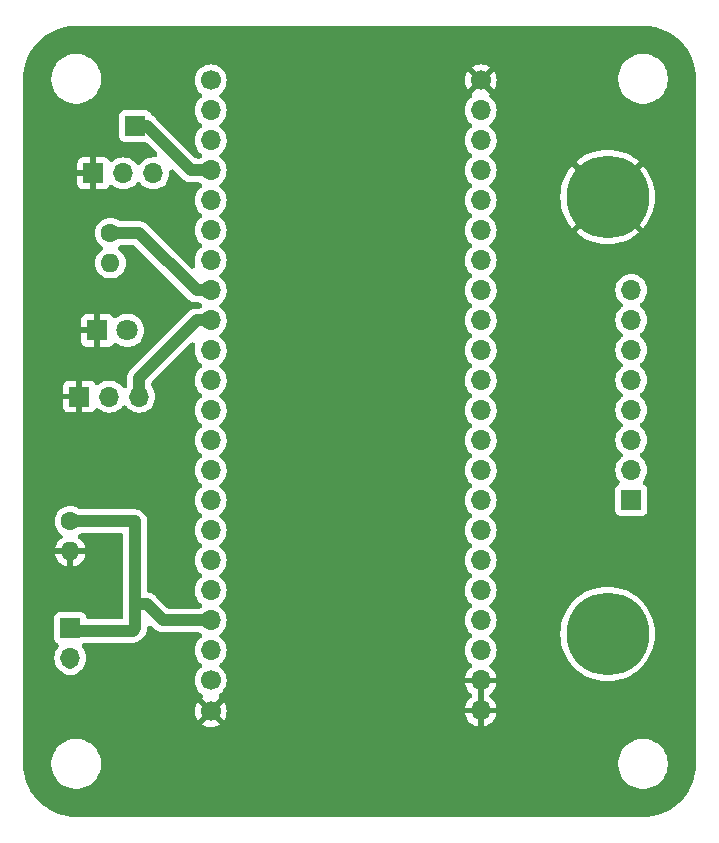
<source format=gbl>
G04 #@! TF.GenerationSoftware,KiCad,Pcbnew,8.0.5-8.0.5-0~ubuntu22.04.1*
G04 #@! TF.CreationDate,2024-09-10T12:36:33+10:00*
G04 #@! TF.ProjectId,Fire_Sytem_10,46697265-5f53-4797-9465-6d5f31302e6b,rev?*
G04 #@! TF.SameCoordinates,Original*
G04 #@! TF.FileFunction,Copper,L2,Bot*
G04 #@! TF.FilePolarity,Positive*
%FSLAX46Y46*%
G04 Gerber Fmt 4.6, Leading zero omitted, Abs format (unit mm)*
G04 Created by KiCad (PCBNEW 8.0.5-8.0.5-0~ubuntu22.04.1) date 2024-09-10 12:36:33*
%MOMM*%
%LPD*%
G01*
G04 APERTURE LIST*
G04 #@! TA.AperFunction,ComponentPad*
%ADD10C,7.000000*%
G04 #@! TD*
G04 #@! TA.AperFunction,ComponentPad*
%ADD11C,1.600000*%
G04 #@! TD*
G04 #@! TA.AperFunction,ComponentPad*
%ADD12O,1.600000X1.600000*%
G04 #@! TD*
G04 #@! TA.AperFunction,ComponentPad*
%ADD13R,1.700000X1.700000*%
G04 #@! TD*
G04 #@! TA.AperFunction,ComponentPad*
%ADD14O,1.700000X1.700000*%
G04 #@! TD*
G04 #@! TA.AperFunction,ComponentPad*
%ADD15C,1.700000*%
G04 #@! TD*
G04 #@! TA.AperFunction,ComponentPad*
%ADD16R,1.800000X1.800000*%
G04 #@! TD*
G04 #@! TA.AperFunction,ComponentPad*
%ADD17C,1.800000*%
G04 #@! TD*
G04 #@! TA.AperFunction,Conductor*
%ADD18C,1.000000*%
G04 #@! TD*
G04 APERTURE END LIST*
D10*
X155000000Y-122000000D03*
D11*
X109500000Y-112460000D03*
D12*
X109500000Y-115000000D03*
D13*
X109500000Y-121500000D03*
D14*
X109500000Y-124040000D03*
D13*
X110260000Y-101900000D03*
D14*
X112800000Y-101900000D03*
X115340000Y-101900000D03*
D13*
X111460000Y-83000000D03*
D14*
X114000000Y-83000000D03*
X116540000Y-83000000D03*
D11*
X112900000Y-88055000D03*
D12*
X112900000Y-90595000D03*
D15*
X121390000Y-75140000D03*
X144250000Y-75140000D03*
D14*
X121390000Y-77680000D03*
X144250000Y-77680000D03*
X121390000Y-80220000D03*
X144250000Y-80220000D03*
X121390000Y-82760000D03*
X144250000Y-82760000D03*
X121390000Y-85300000D03*
X144250000Y-85300000D03*
X121390000Y-87840000D03*
X144250000Y-87840000D03*
X121390000Y-90380000D03*
X144250000Y-90380000D03*
X121390000Y-92920000D03*
X144250000Y-92920000D03*
X121390000Y-95460000D03*
X144250000Y-95460000D03*
X121390000Y-98000000D03*
X144250000Y-98000000D03*
X121390000Y-100540000D03*
X144250000Y-100540000D03*
X121390000Y-103080000D03*
X144250000Y-103080000D03*
X121390000Y-105620000D03*
X144250000Y-105620000D03*
X121390000Y-108160000D03*
X144250000Y-108160000D03*
X121390000Y-110700000D03*
X144250000Y-110700000D03*
X121390000Y-113240000D03*
X144250000Y-113240000D03*
X121390000Y-115780000D03*
X144250000Y-115780000D03*
X121390000Y-118320000D03*
X144250000Y-118320000D03*
X121390000Y-120860000D03*
X144250000Y-120860000D03*
X121390000Y-123400000D03*
X144250000Y-123400000D03*
D15*
X121380000Y-125940000D03*
D14*
X144250000Y-125940000D03*
D15*
X121390000Y-128540000D03*
D14*
X144250000Y-128480000D03*
D13*
X115000000Y-79000000D03*
X157000000Y-110660000D03*
D14*
X157000000Y-108120000D03*
X157000000Y-105580000D03*
X157000000Y-103040000D03*
X157000000Y-100500000D03*
X157000000Y-97960000D03*
X157000000Y-95420000D03*
X157000000Y-92880000D03*
D16*
X111800000Y-96300000D03*
D17*
X114340000Y-96300000D03*
D10*
X155000000Y-85000000D03*
D18*
X109500000Y-124265000D02*
X109500000Y-124500000D01*
X121390000Y-92920000D02*
X120187919Y-92920000D01*
X120187919Y-92920000D02*
X115322919Y-88055000D01*
X115322919Y-88055000D02*
X112900000Y-88055000D01*
X121390000Y-95460000D02*
X120187919Y-95460000D01*
X115340000Y-100307919D02*
X115340000Y-101900000D01*
X120187919Y-95460000D02*
X115340000Y-100307919D01*
X116000000Y-119500000D02*
X117360000Y-120860000D01*
X114775000Y-121725000D02*
X115000000Y-121500000D01*
X114955000Y-112455000D02*
X115000000Y-112500000D01*
X117360000Y-120860000D02*
X121390000Y-120860000D01*
X109500000Y-121725000D02*
X114775000Y-121725000D01*
X115000000Y-121500000D02*
X115000000Y-119500000D01*
X115000000Y-112500000D02*
X115000000Y-119500000D01*
X115000000Y-119500000D02*
X116000000Y-119500000D01*
X109500000Y-112455000D02*
X114955000Y-112455000D01*
X119760000Y-82760000D02*
X121390000Y-82760000D01*
X119760000Y-82760000D02*
X116000000Y-79000000D01*
X116000000Y-79000000D02*
X115000000Y-79000000D01*
G04 #@! TA.AperFunction,Conductor*
G36*
X144500000Y-128046988D02*
G01*
X144442993Y-128014075D01*
X144315826Y-127980000D01*
X144184174Y-127980000D01*
X144057007Y-128014075D01*
X144000000Y-128046988D01*
X144000000Y-126373012D01*
X144057007Y-126405925D01*
X144184174Y-126440000D01*
X144315826Y-126440000D01*
X144442993Y-126405925D01*
X144500000Y-126373012D01*
X144500000Y-128046988D01*
G37*
G04 #@! TD.AperFunction*
G04 #@! TA.AperFunction,Conductor*
G36*
X158005428Y-70500737D02*
G01*
X158381306Y-70517148D01*
X158402917Y-70519038D01*
X158770552Y-70567439D01*
X158791943Y-70571211D01*
X158857737Y-70585797D01*
X159153956Y-70651467D01*
X159174908Y-70657081D01*
X159528566Y-70768588D01*
X159548954Y-70776009D01*
X159891534Y-70917910D01*
X159911208Y-70927085D01*
X160240111Y-71098302D01*
X160258918Y-71109160D01*
X160571643Y-71308386D01*
X160589424Y-71320837D01*
X160883600Y-71546566D01*
X160900240Y-71560529D01*
X161173611Y-71811028D01*
X161188971Y-71826388D01*
X161439470Y-72099759D01*
X161453433Y-72116399D01*
X161679157Y-72410568D01*
X161691617Y-72428363D01*
X161890837Y-72741077D01*
X161901697Y-72759888D01*
X162072914Y-73088791D01*
X162082095Y-73108479D01*
X162223985Y-73451032D01*
X162231415Y-73471445D01*
X162342914Y-73825076D01*
X162348536Y-73846058D01*
X162428788Y-74208056D01*
X162432560Y-74229447D01*
X162480959Y-74597066D01*
X162482852Y-74618706D01*
X162499263Y-74994570D01*
X162499500Y-75005432D01*
X162499500Y-132994567D01*
X162499263Y-133005429D01*
X162482852Y-133381293D01*
X162480959Y-133402933D01*
X162432560Y-133770552D01*
X162428788Y-133791943D01*
X162348536Y-134153941D01*
X162342914Y-134174923D01*
X162231415Y-134528554D01*
X162223985Y-134548967D01*
X162082095Y-134891520D01*
X162072914Y-134911208D01*
X161901697Y-135240111D01*
X161890837Y-135258922D01*
X161691617Y-135571636D01*
X161679157Y-135589431D01*
X161453433Y-135883600D01*
X161439470Y-135900240D01*
X161188971Y-136173611D01*
X161173611Y-136188971D01*
X160900240Y-136439470D01*
X160883600Y-136453433D01*
X160589431Y-136679157D01*
X160571636Y-136691617D01*
X160258922Y-136890837D01*
X160240111Y-136901697D01*
X159911208Y-137072914D01*
X159891520Y-137082095D01*
X159548967Y-137223985D01*
X159528554Y-137231415D01*
X159174923Y-137342914D01*
X159153941Y-137348536D01*
X158791943Y-137428788D01*
X158770552Y-137432560D01*
X158402933Y-137480959D01*
X158381293Y-137482852D01*
X158042023Y-137497665D01*
X158005427Y-137499263D01*
X157994567Y-137499500D01*
X110005433Y-137499500D01*
X109994572Y-137499263D01*
X109618707Y-137482852D01*
X109597066Y-137480959D01*
X109229447Y-137432560D01*
X109208056Y-137428788D01*
X108846058Y-137348536D01*
X108825076Y-137342914D01*
X108471445Y-137231415D01*
X108451032Y-137223985D01*
X108108479Y-137082095D01*
X108088791Y-137072914D01*
X107759888Y-136901697D01*
X107741077Y-136890837D01*
X107428363Y-136691617D01*
X107410568Y-136679157D01*
X107116399Y-136453433D01*
X107099759Y-136439470D01*
X106826388Y-136188971D01*
X106811028Y-136173611D01*
X106560529Y-135900240D01*
X106546566Y-135883600D01*
X106320837Y-135589424D01*
X106308382Y-135571636D01*
X106109162Y-135258922D01*
X106098302Y-135240111D01*
X105927085Y-134911208D01*
X105917910Y-134891534D01*
X105776009Y-134548954D01*
X105768588Y-134528566D01*
X105657081Y-134174908D01*
X105651467Y-134153956D01*
X105571211Y-133791943D01*
X105567439Y-133770552D01*
X105555074Y-133676629D01*
X105519038Y-133402917D01*
X105517148Y-133381306D01*
X105500737Y-133005428D01*
X105500500Y-132994567D01*
X105500500Y-132862326D01*
X107899500Y-132862326D01*
X107899500Y-133137674D01*
X107935440Y-133410666D01*
X108006705Y-133676632D01*
X108112077Y-133931021D01*
X108112079Y-133931025D01*
X108112081Y-133931029D01*
X108249745Y-134169469D01*
X108249751Y-134169479D01*
X108417372Y-134387928D01*
X108612072Y-134582628D01*
X108830521Y-134750249D01*
X108830530Y-134750254D01*
X108830530Y-134750255D01*
X109068970Y-134887918D01*
X109068979Y-134887923D01*
X109323368Y-134993295D01*
X109589334Y-135064560D01*
X109862326Y-135100500D01*
X110137674Y-135100500D01*
X110410666Y-135064560D01*
X110676632Y-134993295D01*
X110931021Y-134887923D01*
X111169479Y-134750249D01*
X111387928Y-134582628D01*
X111582628Y-134387928D01*
X111750249Y-134169479D01*
X111753092Y-134164556D01*
X111887918Y-133931029D01*
X111887923Y-133931021D01*
X111993295Y-133676632D01*
X112064560Y-133410666D01*
X112100500Y-133137674D01*
X112100500Y-132862326D01*
X155899500Y-132862326D01*
X155899500Y-133137674D01*
X155935440Y-133410666D01*
X156006705Y-133676632D01*
X156112077Y-133931021D01*
X156112079Y-133931025D01*
X156112081Y-133931029D01*
X156249745Y-134169469D01*
X156249751Y-134169479D01*
X156417372Y-134387928D01*
X156612072Y-134582628D01*
X156830521Y-134750249D01*
X156830530Y-134750254D01*
X156830530Y-134750255D01*
X157068970Y-134887918D01*
X157068979Y-134887923D01*
X157323368Y-134993295D01*
X157589334Y-135064560D01*
X157862326Y-135100500D01*
X158137674Y-135100500D01*
X158410666Y-135064560D01*
X158676632Y-134993295D01*
X158931021Y-134887923D01*
X159169479Y-134750249D01*
X159387928Y-134582628D01*
X159582628Y-134387928D01*
X159750249Y-134169479D01*
X159753092Y-134164556D01*
X159887918Y-133931029D01*
X159887923Y-133931021D01*
X159993295Y-133676632D01*
X160064560Y-133410666D01*
X160100500Y-133137674D01*
X160100500Y-132862326D01*
X160064560Y-132589334D01*
X159993295Y-132323368D01*
X159887923Y-132068979D01*
X159750249Y-131830521D01*
X159582628Y-131612072D01*
X159387928Y-131417372D01*
X159169479Y-131249751D01*
X159169469Y-131249745D01*
X159169469Y-131249744D01*
X158931029Y-131112081D01*
X158931025Y-131112079D01*
X158931021Y-131112077D01*
X158676632Y-131006705D01*
X158676633Y-131006705D01*
X158676630Y-131006704D01*
X158561460Y-130975845D01*
X158410666Y-130935440D01*
X158410661Y-130935439D01*
X158410662Y-130935439D01*
X158137674Y-130899500D01*
X157862326Y-130899500D01*
X157589338Y-130935439D01*
X157323370Y-131006704D01*
X157323369Y-131006704D01*
X157149650Y-131078661D01*
X157068979Y-131112077D01*
X157068977Y-131112077D01*
X157068970Y-131112081D01*
X156830530Y-131249744D01*
X156830530Y-131249745D01*
X156830525Y-131249748D01*
X156830521Y-131249751D01*
X156666684Y-131375466D01*
X156612069Y-131417374D01*
X156417374Y-131612069D01*
X156417372Y-131612072D01*
X156249751Y-131830521D01*
X156249748Y-131830525D01*
X156249745Y-131830530D01*
X156249744Y-131830530D01*
X156112081Y-132068970D01*
X156006704Y-132323369D01*
X156006704Y-132323370D01*
X155935440Y-132589334D01*
X155899500Y-132862326D01*
X112100500Y-132862326D01*
X112064560Y-132589334D01*
X111993295Y-132323368D01*
X111887923Y-132068979D01*
X111750249Y-131830521D01*
X111582628Y-131612072D01*
X111387928Y-131417372D01*
X111169479Y-131249751D01*
X111169469Y-131249745D01*
X111169469Y-131249744D01*
X110931029Y-131112081D01*
X110931025Y-131112079D01*
X110931021Y-131112077D01*
X110676632Y-131006705D01*
X110676633Y-131006705D01*
X110676630Y-131006704D01*
X110561460Y-130975845D01*
X110410666Y-130935440D01*
X110410661Y-130935439D01*
X110410662Y-130935439D01*
X110137674Y-130899500D01*
X109862326Y-130899500D01*
X109589338Y-130935439D01*
X109323370Y-131006704D01*
X109323369Y-131006704D01*
X109149650Y-131078661D01*
X109068979Y-131112077D01*
X109068977Y-131112077D01*
X109068970Y-131112081D01*
X108830530Y-131249744D01*
X108830530Y-131249745D01*
X108830525Y-131249748D01*
X108830521Y-131249751D01*
X108666684Y-131375466D01*
X108612069Y-131417374D01*
X108417374Y-131612069D01*
X108417372Y-131612072D01*
X108249751Y-131830521D01*
X108249748Y-131830525D01*
X108249745Y-131830530D01*
X108249744Y-131830530D01*
X108112081Y-132068970D01*
X108006704Y-132323369D01*
X108006704Y-132323370D01*
X107935440Y-132589334D01*
X107899500Y-132862326D01*
X105500500Y-132862326D01*
X105500500Y-124039994D01*
X108144341Y-124039994D01*
X108144341Y-124040005D01*
X108164935Y-124275401D01*
X108164937Y-124275408D01*
X108226097Y-124503663D01*
X108323965Y-124713542D01*
X108325965Y-124717830D01*
X108454844Y-124901889D01*
X108461505Y-124911401D01*
X108628599Y-125078495D01*
X108628602Y-125078497D01*
X108628603Y-125078498D01*
X108727417Y-125147689D01*
X108760665Y-125175587D01*
X108847248Y-125262169D01*
X108862218Y-125277139D01*
X109026086Y-125386632D01*
X109208165Y-125462051D01*
X109208167Y-125462051D01*
X109208169Y-125462052D01*
X109396453Y-125499504D01*
X109401459Y-125500500D01*
X109598541Y-125500500D01*
X109791835Y-125462051D01*
X109973914Y-125386632D01*
X110137782Y-125277139D01*
X110239337Y-125175583D01*
X110272572Y-125147695D01*
X110371401Y-125078495D01*
X110538495Y-124911401D01*
X110674035Y-124717830D01*
X110773903Y-124503663D01*
X110835063Y-124275408D01*
X110835414Y-124271397D01*
X110855659Y-124040005D01*
X110855659Y-124039994D01*
X110835064Y-123804598D01*
X110835063Y-123804595D01*
X110835063Y-123804592D01*
X110773903Y-123576337D01*
X110733955Y-123490670D01*
X110674038Y-123362177D01*
X110674034Y-123362169D01*
X110632279Y-123302537D01*
X110538495Y-123168599D01*
X110538492Y-123168596D01*
X110535151Y-123164614D01*
X110533150Y-123160966D01*
X110532259Y-123159694D01*
X110532398Y-123159596D01*
X110488423Y-123079434D01*
X110477848Y-122982857D01*
X110505037Y-122889584D01*
X110565850Y-122813815D01*
X110578572Y-122805134D01*
X110578074Y-122804469D01*
X110617218Y-122775166D01*
X110704859Y-122733235D01*
X110766439Y-122725500D01*
X114873541Y-122725500D01*
X114976917Y-122704937D01*
X115066836Y-122687051D01*
X115120165Y-122664961D01*
X115248914Y-122611632D01*
X115412782Y-122502139D01*
X115552139Y-122362782D01*
X115552141Y-122362778D01*
X115637778Y-122277141D01*
X115637782Y-122277139D01*
X115777139Y-122137782D01*
X115886632Y-121973914D01*
X115948918Y-121823541D01*
X115962051Y-121791836D01*
X115992822Y-121637139D01*
X116000500Y-121598541D01*
X116000500Y-121516560D01*
X116019454Y-121421272D01*
X116073430Y-121340490D01*
X116154212Y-121286514D01*
X116249500Y-121267560D01*
X116344788Y-121286514D01*
X116425567Y-121340488D01*
X116425570Y-121340490D01*
X116425570Y-121340491D01*
X116582859Y-121497781D01*
X116582860Y-121497781D01*
X116582861Y-121497782D01*
X116582860Y-121497782D01*
X116683620Y-121598541D01*
X116722218Y-121637139D01*
X116886086Y-121746632D01*
X116992745Y-121790811D01*
X117068164Y-121822051D01*
X117261459Y-121860500D01*
X120385827Y-121860500D01*
X120481115Y-121879454D01*
X120528643Y-121905528D01*
X120557922Y-121926029D01*
X120625105Y-121996207D01*
X120660320Y-122086755D01*
X120658203Y-122183887D01*
X120619076Y-122272815D01*
X120557928Y-122333965D01*
X120518603Y-122361501D01*
X120351504Y-122528600D01*
X120215965Y-122722169D01*
X120215961Y-122722177D01*
X120116098Y-122936333D01*
X120116097Y-122936335D01*
X120054935Y-123164598D01*
X120034341Y-123399994D01*
X120034341Y-123400005D01*
X120054935Y-123635401D01*
X120054937Y-123635408D01*
X120116097Y-123863663D01*
X120215965Y-124077830D01*
X120351505Y-124271401D01*
X120518599Y-124438495D01*
X120552926Y-124462531D01*
X120620109Y-124532712D01*
X120655321Y-124623262D01*
X120653201Y-124720394D01*
X120614072Y-124809321D01*
X120552925Y-124870467D01*
X120508603Y-124901501D01*
X120341504Y-125068600D01*
X120205965Y-125262169D01*
X120205961Y-125262177D01*
X120106098Y-125476333D01*
X120106097Y-125476335D01*
X120044935Y-125704598D01*
X120024341Y-125939994D01*
X120024341Y-125940005D01*
X120044935Y-126175401D01*
X120044937Y-126175408D01*
X120106097Y-126403663D01*
X120205965Y-126617830D01*
X120341505Y-126811401D01*
X120508599Y-126978495D01*
X120586202Y-127032833D01*
X120596203Y-127039836D01*
X120663387Y-127110017D01*
X120698600Y-127200567D01*
X120696481Y-127297698D01*
X120657352Y-127386625D01*
X120629557Y-127414419D01*
X120628625Y-127425071D01*
X121260591Y-128057037D01*
X121197007Y-128074075D01*
X121082993Y-128139901D01*
X120989901Y-128232993D01*
X120924075Y-128347007D01*
X120907037Y-128410591D01*
X120275072Y-127778626D01*
X120216398Y-127862424D01*
X120216397Y-127862425D01*
X120116570Y-128076505D01*
X120055431Y-128304680D01*
X120055429Y-128304691D01*
X120034843Y-128539994D01*
X120034843Y-128540005D01*
X120055429Y-128775308D01*
X120055431Y-128775319D01*
X120116568Y-129003489D01*
X120216401Y-129217581D01*
X120216404Y-129217586D01*
X120275072Y-129301372D01*
X120275073Y-129301372D01*
X120907037Y-128669408D01*
X120924075Y-128732993D01*
X120989901Y-128847007D01*
X121082993Y-128940099D01*
X121197007Y-129005925D01*
X121260589Y-129022962D01*
X120628626Y-129654925D01*
X120628626Y-129654926D01*
X120712420Y-129713599D01*
X120926510Y-129813431D01*
X121154680Y-129874568D01*
X121154691Y-129874570D01*
X121389994Y-129895157D01*
X121390006Y-129895157D01*
X121625308Y-129874570D01*
X121625319Y-129874568D01*
X121853489Y-129813431D01*
X122067580Y-129713598D01*
X122151372Y-129654926D01*
X121519408Y-129022962D01*
X121582993Y-129005925D01*
X121697007Y-128940099D01*
X121790099Y-128847007D01*
X121855925Y-128732993D01*
X121872962Y-128669408D01*
X122504926Y-129301372D01*
X122563598Y-129217580D01*
X122663431Y-129003489D01*
X122724568Y-128775319D01*
X122724570Y-128775308D01*
X122745157Y-128540005D01*
X122745157Y-128539994D01*
X122724570Y-128304691D01*
X122724568Y-128304680D01*
X122663429Y-128076505D01*
X122563604Y-127862430D01*
X122563597Y-127862419D01*
X122504925Y-127778626D01*
X121872962Y-128410589D01*
X121855925Y-128347007D01*
X121790099Y-128232993D01*
X121697007Y-128139901D01*
X121582993Y-128074075D01*
X121519408Y-128057037D01*
X122151372Y-127425073D01*
X122150628Y-127416573D01*
X122106610Y-127370590D01*
X122071398Y-127280041D01*
X122073517Y-127182909D01*
X122112646Y-127093982D01*
X122173793Y-127032836D01*
X122251401Y-126978495D01*
X122418495Y-126811401D01*
X122554035Y-126617830D01*
X122653903Y-126403663D01*
X122715063Y-126175408D01*
X122729944Y-126005325D01*
X122735659Y-125940005D01*
X122735659Y-125939994D01*
X122715064Y-125704598D01*
X122715063Y-125704595D01*
X122715063Y-125704592D01*
X122653903Y-125476337D01*
X122554035Y-125262171D01*
X122418495Y-125068599D01*
X122251401Y-124901505D01*
X122217074Y-124877469D01*
X122149891Y-124807290D01*
X122114678Y-124716741D01*
X122116797Y-124619609D01*
X122155925Y-124530682D01*
X122217073Y-124469533D01*
X122261401Y-124438495D01*
X122428495Y-124271401D01*
X122564035Y-124077830D01*
X122663903Y-123863663D01*
X122725063Y-123635408D01*
X122725064Y-123635401D01*
X122745659Y-123400005D01*
X122745659Y-123399994D01*
X122725064Y-123164598D01*
X122725063Y-123164595D01*
X122725063Y-123164592D01*
X122663903Y-122936337D01*
X122602722Y-122805134D01*
X122564038Y-122722177D01*
X122564034Y-122722169D01*
X122486635Y-122611632D01*
X122428495Y-122528599D01*
X122261401Y-122361505D01*
X122222074Y-122333967D01*
X122154891Y-122263789D01*
X122119678Y-122173240D01*
X122121797Y-122076108D01*
X122160925Y-121987181D01*
X122222073Y-121926032D01*
X122261401Y-121898495D01*
X122428495Y-121731401D01*
X122564035Y-121537830D01*
X122663903Y-121323663D01*
X122725063Y-121095408D01*
X122725064Y-121095401D01*
X122745659Y-120860005D01*
X122745659Y-120859994D01*
X122725064Y-120624598D01*
X122725063Y-120624595D01*
X122725063Y-120624592D01*
X122663903Y-120396337D01*
X122575242Y-120206204D01*
X122564038Y-120182177D01*
X122564034Y-120182169D01*
X122514724Y-120111747D01*
X122428495Y-119988599D01*
X122261401Y-119821505D01*
X122222074Y-119793967D01*
X122154891Y-119723789D01*
X122119678Y-119633240D01*
X122121797Y-119536108D01*
X122160925Y-119447181D01*
X122222073Y-119386032D01*
X122261401Y-119358495D01*
X122428495Y-119191401D01*
X122564035Y-118997830D01*
X122663903Y-118783663D01*
X122725063Y-118555408D01*
X122725064Y-118555401D01*
X122745659Y-118320005D01*
X122745659Y-118319994D01*
X122725064Y-118084598D01*
X122725063Y-118084595D01*
X122725063Y-118084592D01*
X122663903Y-117856337D01*
X122564035Y-117642171D01*
X122428495Y-117448599D01*
X122261401Y-117281505D01*
X122222074Y-117253967D01*
X122154891Y-117183789D01*
X122119678Y-117093240D01*
X122121797Y-116996108D01*
X122160925Y-116907181D01*
X122222073Y-116846032D01*
X122261401Y-116818495D01*
X122428495Y-116651401D01*
X122564035Y-116457830D01*
X122663903Y-116243663D01*
X122725063Y-116015408D01*
X122725064Y-116015401D01*
X122745659Y-115780005D01*
X122745659Y-115779994D01*
X122725064Y-115544598D01*
X122725063Y-115544595D01*
X122725063Y-115544592D01*
X122663903Y-115316337D01*
X122564035Y-115102171D01*
X122428495Y-114908599D01*
X122261401Y-114741505D01*
X122222074Y-114713967D01*
X122154891Y-114643789D01*
X122119678Y-114553240D01*
X122121797Y-114456108D01*
X122160925Y-114367181D01*
X122222073Y-114306032D01*
X122261401Y-114278495D01*
X122428495Y-114111401D01*
X122564035Y-113917830D01*
X122663903Y-113703663D01*
X122725063Y-113475408D01*
X122725064Y-113475401D01*
X122745659Y-113240005D01*
X122745659Y-113239994D01*
X122725064Y-113004598D01*
X122725063Y-113004595D01*
X122725063Y-113004592D01*
X122663903Y-112776337D01*
X122564035Y-112562171D01*
X122428495Y-112368599D01*
X122261401Y-112201505D01*
X122222074Y-112173967D01*
X122154891Y-112103789D01*
X122119678Y-112013240D01*
X122121797Y-111916108D01*
X122160925Y-111827181D01*
X122222073Y-111766032D01*
X122261401Y-111738495D01*
X122428495Y-111571401D01*
X122564035Y-111377830D01*
X122663903Y-111163663D01*
X122725063Y-110935408D01*
X122745659Y-110700000D01*
X122745659Y-110699994D01*
X122725064Y-110464598D01*
X122725063Y-110464595D01*
X122725063Y-110464592D01*
X122663903Y-110236337D01*
X122564035Y-110022171D01*
X122428495Y-109828599D01*
X122261401Y-109661505D01*
X122222074Y-109633967D01*
X122154891Y-109563789D01*
X122119678Y-109473240D01*
X122121797Y-109376108D01*
X122160925Y-109287181D01*
X122222073Y-109226032D01*
X122261401Y-109198495D01*
X122428495Y-109031401D01*
X122564035Y-108837830D01*
X122663903Y-108623663D01*
X122725063Y-108395408D01*
X122728563Y-108355408D01*
X122745659Y-108160005D01*
X122745659Y-108159994D01*
X122725064Y-107924598D01*
X122725063Y-107924595D01*
X122725063Y-107924592D01*
X122663903Y-107696337D01*
X122564035Y-107482171D01*
X122536025Y-107442169D01*
X122514724Y-107411747D01*
X122428495Y-107288599D01*
X122261401Y-107121505D01*
X122222074Y-107093967D01*
X122154891Y-107023789D01*
X122119678Y-106933240D01*
X122121797Y-106836108D01*
X122160925Y-106747181D01*
X122222073Y-106686032D01*
X122261401Y-106658495D01*
X122428495Y-106491401D01*
X122564035Y-106297830D01*
X122663903Y-106083663D01*
X122725063Y-105855408D01*
X122728563Y-105815408D01*
X122745659Y-105620005D01*
X122745659Y-105619994D01*
X122725064Y-105384598D01*
X122725063Y-105384595D01*
X122725063Y-105384592D01*
X122663903Y-105156337D01*
X122564035Y-104942171D01*
X122536025Y-104902169D01*
X122514724Y-104871747D01*
X122428495Y-104748599D01*
X122261401Y-104581505D01*
X122222074Y-104553967D01*
X122154891Y-104483789D01*
X122119678Y-104393240D01*
X122121797Y-104296108D01*
X122160925Y-104207181D01*
X122222073Y-104146032D01*
X122261401Y-104118495D01*
X122428495Y-103951401D01*
X122564035Y-103757830D01*
X122663903Y-103543663D01*
X122725063Y-103315408D01*
X122728563Y-103275408D01*
X122745659Y-103080005D01*
X122745659Y-103079994D01*
X122725064Y-102844598D01*
X122725063Y-102844595D01*
X122725063Y-102844592D01*
X122663903Y-102616337D01*
X122564035Y-102402171D01*
X122538655Y-102365925D01*
X122492564Y-102300099D01*
X122428495Y-102208599D01*
X122261401Y-102041505D01*
X122222074Y-102013967D01*
X122154891Y-101943789D01*
X122119678Y-101853240D01*
X122121797Y-101756108D01*
X122160925Y-101667181D01*
X122222073Y-101606032D01*
X122261401Y-101578495D01*
X122428495Y-101411401D01*
X122564035Y-101217830D01*
X122663903Y-101003663D01*
X122725063Y-100775408D01*
X122728563Y-100735408D01*
X122745659Y-100540005D01*
X122745659Y-100539994D01*
X122725064Y-100304598D01*
X122725063Y-100304595D01*
X122725063Y-100304592D01*
X122663903Y-100076337D01*
X122564035Y-99862171D01*
X122536025Y-99822169D01*
X122514724Y-99791747D01*
X122428495Y-99668599D01*
X122261401Y-99501505D01*
X122222074Y-99473967D01*
X122154891Y-99403789D01*
X122119678Y-99313240D01*
X122121797Y-99216108D01*
X122160925Y-99127181D01*
X122222073Y-99066032D01*
X122261401Y-99038495D01*
X122428495Y-98871401D01*
X122564035Y-98677830D01*
X122663903Y-98463663D01*
X122725063Y-98235408D01*
X122728563Y-98195408D01*
X122745659Y-98000005D01*
X122745659Y-97999994D01*
X122725064Y-97764598D01*
X122725063Y-97764595D01*
X122725063Y-97764592D01*
X122663903Y-97536337D01*
X122569512Y-97333916D01*
X122564038Y-97322177D01*
X122564034Y-97322169D01*
X122452691Y-97163155D01*
X122428495Y-97128599D01*
X122261401Y-96961505D01*
X122222074Y-96933967D01*
X122154891Y-96863789D01*
X122119678Y-96773240D01*
X122121797Y-96676108D01*
X122160925Y-96587181D01*
X122222073Y-96526032D01*
X122261401Y-96498495D01*
X122428495Y-96331401D01*
X122564035Y-96137830D01*
X122663903Y-95923663D01*
X122725063Y-95695408D01*
X122728563Y-95655408D01*
X122745659Y-95460005D01*
X122745659Y-95459994D01*
X122725064Y-95224598D01*
X122725063Y-95224595D01*
X122725063Y-95224592D01*
X122663903Y-94996337D01*
X122582711Y-94822221D01*
X122564038Y-94782177D01*
X122564034Y-94782169D01*
X122494497Y-94682860D01*
X122428495Y-94588599D01*
X122261401Y-94421505D01*
X122222074Y-94393967D01*
X122154891Y-94323789D01*
X122119678Y-94233240D01*
X122121797Y-94136108D01*
X122160925Y-94047181D01*
X122222073Y-93986032D01*
X122261401Y-93958495D01*
X122428495Y-93791401D01*
X122564035Y-93597830D01*
X122663903Y-93383663D01*
X122725063Y-93155408D01*
X122728563Y-93115408D01*
X122745659Y-92920005D01*
X122745659Y-92919994D01*
X122725064Y-92684598D01*
X122725063Y-92684595D01*
X122725063Y-92684592D01*
X122663903Y-92456337D01*
X122564035Y-92242171D01*
X122536025Y-92202169D01*
X122514724Y-92171747D01*
X122428495Y-92048599D01*
X122261401Y-91881505D01*
X122222074Y-91853967D01*
X122154891Y-91783789D01*
X122119678Y-91693240D01*
X122121797Y-91596108D01*
X122160925Y-91507181D01*
X122222073Y-91446032D01*
X122261401Y-91418495D01*
X122428495Y-91251401D01*
X122564035Y-91057830D01*
X122663903Y-90843663D01*
X122725063Y-90615408D01*
X122745659Y-90380000D01*
X122745659Y-90379994D01*
X122725064Y-90144598D01*
X122725063Y-90144595D01*
X122725063Y-90144592D01*
X122663903Y-89916337D01*
X122564035Y-89702171D01*
X122428495Y-89508599D01*
X122261401Y-89341505D01*
X122222074Y-89313967D01*
X122154891Y-89243789D01*
X122119678Y-89153240D01*
X122121797Y-89056108D01*
X122160925Y-88967181D01*
X122222073Y-88906032D01*
X122261401Y-88878495D01*
X122428495Y-88711401D01*
X122564035Y-88517830D01*
X122663903Y-88303663D01*
X122725063Y-88075408D01*
X122745659Y-87840000D01*
X122745659Y-87839994D01*
X122725064Y-87604598D01*
X122725063Y-87604595D01*
X122725063Y-87604592D01*
X122663903Y-87376337D01*
X122617981Y-87277858D01*
X122564038Y-87162177D01*
X122564034Y-87162169D01*
X122488960Y-87054953D01*
X122428495Y-86968599D01*
X122261401Y-86801505D01*
X122222074Y-86773967D01*
X122154891Y-86703789D01*
X122119678Y-86613240D01*
X122121797Y-86516108D01*
X122160925Y-86427181D01*
X122222073Y-86366032D01*
X122261401Y-86338495D01*
X122428495Y-86171401D01*
X122564035Y-85977830D01*
X122663903Y-85763663D01*
X122725063Y-85535408D01*
X122745659Y-85300000D01*
X122745659Y-85299994D01*
X122725064Y-85064598D01*
X122725063Y-85064595D01*
X122725063Y-85064592D01*
X122663903Y-84836337D01*
X122564035Y-84622171D01*
X122553727Y-84607450D01*
X122514724Y-84551747D01*
X122428495Y-84428599D01*
X122261401Y-84261505D01*
X122222074Y-84233967D01*
X122154891Y-84163789D01*
X122119678Y-84073240D01*
X122121797Y-83976108D01*
X122160925Y-83887181D01*
X122222073Y-83826032D01*
X122261401Y-83798495D01*
X122428495Y-83631401D01*
X122564035Y-83437830D01*
X122663903Y-83223663D01*
X122725063Y-82995408D01*
X122725064Y-82995401D01*
X122745659Y-82760005D01*
X122745659Y-82759994D01*
X122725064Y-82524598D01*
X122725063Y-82524595D01*
X122725063Y-82524592D01*
X122663903Y-82296337D01*
X122585685Y-82128599D01*
X122564038Y-82082177D01*
X122564034Y-82082169D01*
X122506546Y-82000068D01*
X122428495Y-81888599D01*
X122261401Y-81721505D01*
X122222074Y-81693967D01*
X122154891Y-81623789D01*
X122119678Y-81533240D01*
X122121797Y-81436108D01*
X122160925Y-81347181D01*
X122222073Y-81286032D01*
X122261401Y-81258495D01*
X122428495Y-81091401D01*
X122564035Y-80897830D01*
X122663903Y-80683663D01*
X122725063Y-80455408D01*
X122727861Y-80423429D01*
X122745659Y-80220005D01*
X122745659Y-80219994D01*
X122725064Y-79984598D01*
X122725063Y-79984595D01*
X122725063Y-79984592D01*
X122663903Y-79756337D01*
X122564035Y-79542171D01*
X122428495Y-79348599D01*
X122261401Y-79181505D01*
X122222074Y-79153967D01*
X122154891Y-79083789D01*
X122119678Y-78993240D01*
X122121797Y-78896108D01*
X122160925Y-78807181D01*
X122222073Y-78746032D01*
X122261401Y-78718495D01*
X122428495Y-78551401D01*
X122564035Y-78357830D01*
X122663903Y-78143663D01*
X122725063Y-77915408D01*
X122725740Y-77907669D01*
X122745659Y-77680005D01*
X122745659Y-77679994D01*
X142894341Y-77679994D01*
X142894341Y-77680005D01*
X142914935Y-77915401D01*
X142967979Y-78113368D01*
X142976097Y-78143663D01*
X143075965Y-78357830D01*
X143211505Y-78551401D01*
X143378599Y-78718495D01*
X143417925Y-78746031D01*
X143485107Y-78816209D01*
X143520321Y-78906758D01*
X143518202Y-79003890D01*
X143479074Y-79092818D01*
X143417928Y-79153965D01*
X143378603Y-79181501D01*
X143211504Y-79348600D01*
X143075965Y-79542169D01*
X143075961Y-79542177D01*
X142976098Y-79756333D01*
X142976097Y-79756335D01*
X142914935Y-79984598D01*
X142894341Y-80219994D01*
X142894341Y-80220005D01*
X142914935Y-80455401D01*
X142976096Y-80683660D01*
X143075965Y-80897830D01*
X143198010Y-81072129D01*
X143211505Y-81091401D01*
X143378599Y-81258495D01*
X143417925Y-81286031D01*
X143485107Y-81356209D01*
X143520321Y-81446758D01*
X143518202Y-81543890D01*
X143479074Y-81632818D01*
X143417928Y-81693965D01*
X143378603Y-81721501D01*
X143211504Y-81888600D01*
X143075965Y-82082169D01*
X143075961Y-82082177D01*
X142976098Y-82296333D01*
X142976097Y-82296335D01*
X142914935Y-82524598D01*
X142894341Y-82759994D01*
X142894341Y-82760005D01*
X142914935Y-82995401D01*
X142914937Y-82995408D01*
X142976097Y-83223663D01*
X142988379Y-83250001D01*
X143075965Y-83437830D01*
X143099913Y-83472032D01*
X143211505Y-83631401D01*
X143378599Y-83798495D01*
X143417925Y-83826031D01*
X143485107Y-83896209D01*
X143520321Y-83986758D01*
X143518202Y-84083890D01*
X143479074Y-84172818D01*
X143417928Y-84233965D01*
X143378603Y-84261501D01*
X143211504Y-84428600D01*
X143075965Y-84622169D01*
X143075961Y-84622177D01*
X142976098Y-84836333D01*
X142976097Y-84836335D01*
X142914935Y-85064598D01*
X142894341Y-85299994D01*
X142894341Y-85300005D01*
X142914935Y-85535401D01*
X142914937Y-85535408D01*
X142976097Y-85763663D01*
X143075965Y-85977830D01*
X143211505Y-86171401D01*
X143378599Y-86338495D01*
X143417925Y-86366031D01*
X143485107Y-86436209D01*
X143520321Y-86526758D01*
X143518202Y-86623890D01*
X143479074Y-86712818D01*
X143417928Y-86773965D01*
X143378603Y-86801501D01*
X143211504Y-86968600D01*
X143075965Y-87162169D01*
X143075961Y-87162177D01*
X142976098Y-87376333D01*
X142976097Y-87376335D01*
X142914935Y-87604598D01*
X142894341Y-87839994D01*
X142894341Y-87840005D01*
X142914935Y-88075401D01*
X142920391Y-88095765D01*
X142976097Y-88303663D01*
X142988329Y-88329894D01*
X143075965Y-88517830D01*
X143203501Y-88699971D01*
X143211505Y-88711401D01*
X143378599Y-88878495D01*
X143417925Y-88906031D01*
X143485107Y-88976209D01*
X143520321Y-89066758D01*
X143518202Y-89163890D01*
X143479074Y-89252818D01*
X143417928Y-89313965D01*
X143378603Y-89341501D01*
X143211504Y-89508600D01*
X143075965Y-89702169D01*
X143075961Y-89702177D01*
X142976098Y-89916333D01*
X142976097Y-89916335D01*
X142914935Y-90144598D01*
X142894341Y-90379994D01*
X142894341Y-90380005D01*
X142914935Y-90615401D01*
X142951388Y-90751449D01*
X142976097Y-90843663D01*
X143075965Y-91057830D01*
X143211505Y-91251401D01*
X143378599Y-91418495D01*
X143417925Y-91446031D01*
X143485107Y-91516209D01*
X143520321Y-91606758D01*
X143518202Y-91703890D01*
X143479074Y-91792818D01*
X143417928Y-91853965D01*
X143378603Y-91881501D01*
X143211504Y-92048600D01*
X143075965Y-92242169D01*
X143075961Y-92242177D01*
X142976098Y-92456333D01*
X142976097Y-92456335D01*
X142914935Y-92684598D01*
X142894341Y-92919994D01*
X142894341Y-92920005D01*
X142914935Y-93155401D01*
X142914937Y-93155408D01*
X142976097Y-93383663D01*
X143075965Y-93597830D01*
X143211505Y-93791401D01*
X143378599Y-93958495D01*
X143417925Y-93986031D01*
X143485107Y-94056209D01*
X143520321Y-94146758D01*
X143518202Y-94243890D01*
X143479074Y-94332818D01*
X143417928Y-94393965D01*
X143378603Y-94421501D01*
X143211504Y-94588600D01*
X143075965Y-94782169D01*
X143075961Y-94782177D01*
X142976098Y-94996333D01*
X142976097Y-94996335D01*
X142914935Y-95224598D01*
X142894341Y-95459994D01*
X142894341Y-95460005D01*
X142914935Y-95695401D01*
X142914937Y-95695408D01*
X142976097Y-95923663D01*
X143075965Y-96137830D01*
X143211505Y-96331401D01*
X143378599Y-96498495D01*
X143417925Y-96526031D01*
X143485107Y-96596209D01*
X143520321Y-96686758D01*
X143518202Y-96783890D01*
X143479074Y-96872818D01*
X143417928Y-96933965D01*
X143378603Y-96961501D01*
X143211504Y-97128600D01*
X143075965Y-97322169D01*
X143075961Y-97322177D01*
X142976098Y-97536333D01*
X142976097Y-97536335D01*
X142914935Y-97764598D01*
X142894341Y-97999994D01*
X142894341Y-98000005D01*
X142914935Y-98235401D01*
X142914937Y-98235408D01*
X142976097Y-98463663D01*
X143075965Y-98677830D01*
X143211505Y-98871401D01*
X143378599Y-99038495D01*
X143417925Y-99066031D01*
X143485107Y-99136209D01*
X143520321Y-99226758D01*
X143518202Y-99323890D01*
X143479074Y-99412818D01*
X143417928Y-99473965D01*
X143378603Y-99501501D01*
X143211504Y-99668600D01*
X143075965Y-99862169D01*
X143075961Y-99862177D01*
X142976098Y-100076333D01*
X142976097Y-100076335D01*
X142914935Y-100304598D01*
X142894341Y-100539994D01*
X142894341Y-100540005D01*
X142914935Y-100775401D01*
X142954344Y-100922481D01*
X142976097Y-101003663D01*
X143075965Y-101217830D01*
X143211505Y-101411401D01*
X143378599Y-101578495D01*
X143417925Y-101606031D01*
X143485107Y-101676209D01*
X143520321Y-101766758D01*
X143518202Y-101863890D01*
X143479074Y-101952818D01*
X143417928Y-102013965D01*
X143378603Y-102041501D01*
X143211504Y-102208600D01*
X143075965Y-102402169D01*
X143075961Y-102402177D01*
X142976098Y-102616333D01*
X142976097Y-102616335D01*
X142914935Y-102844598D01*
X142894341Y-103079994D01*
X142894341Y-103080005D01*
X142914935Y-103315401D01*
X142914937Y-103315408D01*
X142976097Y-103543663D01*
X143075965Y-103757830D01*
X143211505Y-103951401D01*
X143378599Y-104118495D01*
X143417925Y-104146031D01*
X143485107Y-104216209D01*
X143520321Y-104306758D01*
X143518202Y-104403890D01*
X143479074Y-104492818D01*
X143417928Y-104553965D01*
X143378603Y-104581501D01*
X143211504Y-104748600D01*
X143075965Y-104942169D01*
X143075961Y-104942177D01*
X142976098Y-105156333D01*
X142976097Y-105156335D01*
X142914935Y-105384598D01*
X142894341Y-105619994D01*
X142894341Y-105620005D01*
X142914935Y-105855401D01*
X142914937Y-105855408D01*
X142976097Y-106083663D01*
X143075965Y-106297830D01*
X143211505Y-106491401D01*
X143378599Y-106658495D01*
X143417925Y-106686031D01*
X143485107Y-106756209D01*
X143520321Y-106846758D01*
X143518202Y-106943890D01*
X143479074Y-107032818D01*
X143417928Y-107093965D01*
X143378603Y-107121501D01*
X143211504Y-107288600D01*
X143075965Y-107482169D01*
X143075961Y-107482177D01*
X142976098Y-107696333D01*
X142976097Y-107696335D01*
X142914935Y-107924598D01*
X142894341Y-108159994D01*
X142894341Y-108160005D01*
X142914935Y-108395401D01*
X142976096Y-108623660D01*
X143075965Y-108837830D01*
X143189800Y-109000404D01*
X143211505Y-109031401D01*
X143378599Y-109198495D01*
X143417925Y-109226031D01*
X143485107Y-109296209D01*
X143520321Y-109386758D01*
X143518202Y-109483890D01*
X143479074Y-109572818D01*
X143417928Y-109633965D01*
X143378603Y-109661501D01*
X143211504Y-109828600D01*
X143075965Y-110022169D01*
X143075961Y-110022177D01*
X142976098Y-110236333D01*
X142976097Y-110236335D01*
X142914935Y-110464598D01*
X142894341Y-110699994D01*
X142894341Y-110700005D01*
X142914935Y-110935401D01*
X142914937Y-110935408D01*
X142976097Y-111163663D01*
X143075965Y-111377830D01*
X143209380Y-111568367D01*
X143211505Y-111571401D01*
X143378599Y-111738495D01*
X143417925Y-111766031D01*
X143485107Y-111836209D01*
X143520321Y-111926758D01*
X143518202Y-112023890D01*
X143479074Y-112112818D01*
X143417928Y-112173965D01*
X143378603Y-112201501D01*
X143211504Y-112368600D01*
X143075965Y-112562169D01*
X143075961Y-112562177D01*
X142976098Y-112776333D01*
X142976097Y-112776335D01*
X142914935Y-113004598D01*
X142894341Y-113239994D01*
X142894341Y-113240005D01*
X142914935Y-113475401D01*
X142971649Y-113687065D01*
X142976097Y-113703663D01*
X143075965Y-113917830D01*
X143211505Y-114111401D01*
X143378599Y-114278495D01*
X143417925Y-114306031D01*
X143485107Y-114376209D01*
X143520321Y-114466758D01*
X143518202Y-114563890D01*
X143479074Y-114652818D01*
X143417928Y-114713965D01*
X143378603Y-114741501D01*
X143211504Y-114908600D01*
X143075965Y-115102169D01*
X143075961Y-115102177D01*
X142976098Y-115316333D01*
X142976097Y-115316335D01*
X142914935Y-115544598D01*
X142894341Y-115779994D01*
X142894341Y-115780005D01*
X142914935Y-116015401D01*
X142914937Y-116015408D01*
X142976097Y-116243663D01*
X143075965Y-116457830D01*
X143211505Y-116651401D01*
X143378599Y-116818495D01*
X143417925Y-116846031D01*
X143485107Y-116916209D01*
X143520321Y-117006758D01*
X143518202Y-117103890D01*
X143479074Y-117192818D01*
X143417928Y-117253965D01*
X143378603Y-117281501D01*
X143211504Y-117448600D01*
X143075965Y-117642169D01*
X143075961Y-117642177D01*
X142976098Y-117856333D01*
X142976097Y-117856335D01*
X142914935Y-118084598D01*
X142894341Y-118319994D01*
X142894341Y-118320005D01*
X142914935Y-118555401D01*
X142959804Y-118722858D01*
X142976097Y-118783663D01*
X143075965Y-118997830D01*
X143211505Y-119191401D01*
X143378599Y-119358495D01*
X143417925Y-119386031D01*
X143485107Y-119456209D01*
X143520321Y-119546758D01*
X143518202Y-119643890D01*
X143479074Y-119732818D01*
X143417928Y-119793965D01*
X143378603Y-119821501D01*
X143211504Y-119988600D01*
X143075965Y-120182169D01*
X143075961Y-120182177D01*
X142976098Y-120396333D01*
X142976097Y-120396335D01*
X142914935Y-120624598D01*
X142894341Y-120859994D01*
X142894341Y-120860005D01*
X142914935Y-121095401D01*
X142976096Y-121323660D01*
X143075965Y-121537830D01*
X143145500Y-121637137D01*
X143211505Y-121731401D01*
X143378599Y-121898495D01*
X143417925Y-121926031D01*
X143485107Y-121996209D01*
X143520321Y-122086758D01*
X143518202Y-122183890D01*
X143479074Y-122272818D01*
X143417928Y-122333965D01*
X143378603Y-122361501D01*
X143211504Y-122528600D01*
X143075965Y-122722169D01*
X143075961Y-122722177D01*
X142976098Y-122936333D01*
X142976097Y-122936335D01*
X142914935Y-123164598D01*
X142894341Y-123399994D01*
X142894341Y-123400005D01*
X142914935Y-123635401D01*
X142914937Y-123635408D01*
X142976097Y-123863663D01*
X143075965Y-124077830D01*
X143211505Y-124271401D01*
X143378599Y-124438495D01*
X143418362Y-124466338D01*
X143485544Y-124536517D01*
X143520757Y-124627067D01*
X143518638Y-124724198D01*
X143479509Y-124813126D01*
X143418364Y-124874272D01*
X143378923Y-124901889D01*
X143211889Y-125068923D01*
X143076400Y-125262420D01*
X143076396Y-125262428D01*
X142976570Y-125476505D01*
X142976566Y-125476516D01*
X142919363Y-125689998D01*
X142919364Y-125690000D01*
X143816988Y-125690000D01*
X143784075Y-125747007D01*
X143750000Y-125874174D01*
X143750000Y-126005826D01*
X143784075Y-126132993D01*
X143816988Y-126190000D01*
X142919364Y-126190000D01*
X142919363Y-126190001D01*
X142976566Y-126403483D01*
X142976566Y-126403485D01*
X143076399Y-126617576D01*
X143211889Y-126811076D01*
X143378923Y-126978110D01*
X143418798Y-127006031D01*
X143485982Y-127076213D01*
X143521194Y-127166762D01*
X143519075Y-127263894D01*
X143479946Y-127352821D01*
X143418798Y-127413969D01*
X143378923Y-127441889D01*
X143211889Y-127608923D01*
X143076400Y-127802420D01*
X143076396Y-127802428D01*
X142976570Y-128016505D01*
X142976566Y-128016516D01*
X142919363Y-128229998D01*
X142919364Y-128230000D01*
X143816988Y-128230000D01*
X143784075Y-128287007D01*
X143750000Y-128414174D01*
X143750000Y-128545826D01*
X143784075Y-128672993D01*
X143816988Y-128730000D01*
X142919364Y-128730000D01*
X142919363Y-128730001D01*
X142976566Y-128943483D01*
X142976566Y-128943485D01*
X143076399Y-129157576D01*
X143211889Y-129351076D01*
X143378923Y-129518110D01*
X143572423Y-129653600D01*
X143786511Y-129753431D01*
X144000000Y-129810635D01*
X144000000Y-128913012D01*
X144057007Y-128945925D01*
X144184174Y-128980000D01*
X144315826Y-128980000D01*
X144442993Y-128945925D01*
X144500000Y-128913012D01*
X144500000Y-129810635D01*
X144713488Y-129753431D01*
X144927576Y-129653600D01*
X145121076Y-129518110D01*
X145288110Y-129351076D01*
X145423600Y-129157576D01*
X145523433Y-128943485D01*
X145523433Y-128943483D01*
X145580636Y-128730001D01*
X145580636Y-128730000D01*
X144683012Y-128730000D01*
X144715925Y-128672993D01*
X144750000Y-128545826D01*
X144750000Y-128414174D01*
X144715925Y-128287007D01*
X144683012Y-128230000D01*
X145580636Y-128230000D01*
X145580636Y-128229998D01*
X145523433Y-128016516D01*
X145523429Y-128016505D01*
X145423603Y-127802428D01*
X145423599Y-127802420D01*
X145288110Y-127608923D01*
X145121075Y-127441888D01*
X145081203Y-127413970D01*
X145014018Y-127343789D01*
X144978805Y-127253240D01*
X144980924Y-127156108D01*
X145020052Y-127067181D01*
X145081203Y-127006030D01*
X145121075Y-126978111D01*
X145288110Y-126811076D01*
X145423600Y-126617576D01*
X145523433Y-126403485D01*
X145523433Y-126403483D01*
X145580636Y-126190001D01*
X145580636Y-126190000D01*
X144683012Y-126190000D01*
X144715925Y-126132993D01*
X144750000Y-126005826D01*
X144750000Y-125874174D01*
X144715925Y-125747007D01*
X144683012Y-125690000D01*
X145580636Y-125690000D01*
X145580636Y-125689998D01*
X145523433Y-125476516D01*
X145523429Y-125476505D01*
X145423603Y-125262428D01*
X145423599Y-125262420D01*
X145288110Y-125068923D01*
X145121075Y-124901888D01*
X145081637Y-124874273D01*
X145014454Y-124804091D01*
X144979242Y-124713542D01*
X144981362Y-124616410D01*
X145020491Y-124527483D01*
X145081636Y-124466338D01*
X145121401Y-124438495D01*
X145288495Y-124271401D01*
X145424035Y-124077830D01*
X145523903Y-123863663D01*
X145585063Y-123635408D01*
X145585064Y-123635401D01*
X145605659Y-123400005D01*
X145605659Y-123399994D01*
X145585064Y-123164598D01*
X145585063Y-123164595D01*
X145585063Y-123164592D01*
X145523903Y-122936337D01*
X145462722Y-122805134D01*
X145424038Y-122722177D01*
X145424034Y-122722169D01*
X145346635Y-122611632D01*
X145288495Y-122528599D01*
X145121401Y-122361505D01*
X145082074Y-122333967D01*
X145014891Y-122263789D01*
X144979678Y-122173240D01*
X144981797Y-122076108D01*
X145015286Y-121999998D01*
X150994675Y-121999998D01*
X150994675Y-122000001D01*
X151013962Y-122392591D01*
X151071636Y-122781400D01*
X151167141Y-123162678D01*
X151167141Y-123162679D01*
X151169255Y-123168587D01*
X151299562Y-123532772D01*
X151467619Y-123888097D01*
X151669694Y-124225239D01*
X151896226Y-124530682D01*
X151903843Y-124540952D01*
X151903847Y-124540957D01*
X151978444Y-124623262D01*
X152167808Y-124832192D01*
X152459049Y-125096158D01*
X152774761Y-125330306D01*
X153111903Y-125532381D01*
X153467228Y-125700438D01*
X153837316Y-125832857D01*
X154218600Y-125928364D01*
X154607409Y-125986038D01*
X154963230Y-126003518D01*
X154999998Y-126005325D01*
X155000000Y-126005325D01*
X155000002Y-126005325D01*
X155035124Y-126003599D01*
X155392591Y-125986038D01*
X155781400Y-125928364D01*
X156162684Y-125832857D01*
X156532772Y-125700438D01*
X156888097Y-125532381D01*
X157225239Y-125330306D01*
X157540951Y-125096158D01*
X157832192Y-124832192D01*
X158096158Y-124540951D01*
X158330306Y-124225239D01*
X158532381Y-123888097D01*
X158700438Y-123532772D01*
X158832857Y-123162684D01*
X158928364Y-122781400D01*
X158986038Y-122392591D01*
X159005325Y-122000000D01*
X158986038Y-121607409D01*
X158928364Y-121218600D01*
X158832857Y-120837316D01*
X158700438Y-120467228D01*
X158532381Y-120111903D01*
X158330306Y-119774761D01*
X158096158Y-119459049D01*
X158085401Y-119447181D01*
X157832200Y-119167817D01*
X157832192Y-119167808D01*
X157540951Y-118903842D01*
X157225239Y-118669694D01*
X156941287Y-118499500D01*
X156888099Y-118467620D01*
X156532779Y-118299565D01*
X156532776Y-118299564D01*
X156532772Y-118299562D01*
X156162684Y-118167143D01*
X156162682Y-118167142D01*
X156162678Y-118167141D01*
X155781400Y-118071636D01*
X155392591Y-118013962D01*
X155000002Y-117994675D01*
X154999998Y-117994675D01*
X154607408Y-118013962D01*
X154218599Y-118071636D01*
X153837321Y-118167141D01*
X153837320Y-118167141D01*
X153467220Y-118299565D01*
X153111900Y-118467620D01*
X152774764Y-118669692D01*
X152459047Y-118903843D01*
X152459042Y-118903847D01*
X152167817Y-119167799D01*
X152167799Y-119167817D01*
X151903847Y-119459042D01*
X151903843Y-119459047D01*
X151744061Y-119674487D01*
X151707498Y-119723789D01*
X151669692Y-119774764D01*
X151467620Y-120111900D01*
X151299565Y-120467220D01*
X151167141Y-120837320D01*
X151167141Y-120837321D01*
X151071636Y-121218599D01*
X151013962Y-121607408D01*
X150994675Y-121999998D01*
X145015286Y-121999998D01*
X145020925Y-121987181D01*
X145082073Y-121926032D01*
X145121401Y-121898495D01*
X145288495Y-121731401D01*
X145424035Y-121537830D01*
X145523903Y-121323663D01*
X145585063Y-121095408D01*
X145585064Y-121095401D01*
X145605659Y-120860005D01*
X145605659Y-120859994D01*
X145585064Y-120624598D01*
X145585063Y-120624595D01*
X145585063Y-120624592D01*
X145523903Y-120396337D01*
X145435242Y-120206204D01*
X145424038Y-120182177D01*
X145424034Y-120182169D01*
X145374724Y-120111747D01*
X145288495Y-119988599D01*
X145121401Y-119821505D01*
X145082074Y-119793967D01*
X145014891Y-119723789D01*
X144979678Y-119633240D01*
X144981797Y-119536108D01*
X145020925Y-119447181D01*
X145082073Y-119386032D01*
X145121401Y-119358495D01*
X145288495Y-119191401D01*
X145424035Y-118997830D01*
X145523903Y-118783663D01*
X145585063Y-118555408D01*
X145585064Y-118555401D01*
X145605659Y-118320005D01*
X145605659Y-118319994D01*
X145585064Y-118084598D01*
X145585063Y-118084595D01*
X145585063Y-118084592D01*
X145523903Y-117856337D01*
X145424035Y-117642171D01*
X145288495Y-117448599D01*
X145121401Y-117281505D01*
X145082074Y-117253967D01*
X145014891Y-117183789D01*
X144979678Y-117093240D01*
X144981797Y-116996108D01*
X145020925Y-116907181D01*
X145082073Y-116846032D01*
X145121401Y-116818495D01*
X145288495Y-116651401D01*
X145424035Y-116457830D01*
X145523903Y-116243663D01*
X145585063Y-116015408D01*
X145585064Y-116015401D01*
X145605659Y-115780005D01*
X145605659Y-115779994D01*
X145585064Y-115544598D01*
X145585063Y-115544595D01*
X145585063Y-115544592D01*
X145523903Y-115316337D01*
X145424035Y-115102171D01*
X145288495Y-114908599D01*
X145121401Y-114741505D01*
X145082074Y-114713967D01*
X145014891Y-114643789D01*
X144979678Y-114553240D01*
X144981797Y-114456108D01*
X145020925Y-114367181D01*
X145082073Y-114306032D01*
X145121401Y-114278495D01*
X145288495Y-114111401D01*
X145424035Y-113917830D01*
X145523903Y-113703663D01*
X145585063Y-113475408D01*
X145585064Y-113475401D01*
X145605659Y-113240005D01*
X145605659Y-113239994D01*
X145585064Y-113004598D01*
X145585063Y-113004595D01*
X145585063Y-113004592D01*
X145523903Y-112776337D01*
X145424035Y-112562171D01*
X145288495Y-112368599D01*
X145121401Y-112201505D01*
X145082074Y-112173967D01*
X145014891Y-112103789D01*
X144979678Y-112013240D01*
X144981797Y-111916108D01*
X145020925Y-111827181D01*
X145082073Y-111766032D01*
X145121401Y-111738495D01*
X145288495Y-111571401D01*
X145424035Y-111377830D01*
X145523903Y-111163663D01*
X145585063Y-110935408D01*
X145605659Y-110700000D01*
X145605659Y-110699994D01*
X145585064Y-110464598D01*
X145585063Y-110464595D01*
X145585063Y-110464592D01*
X145523903Y-110236337D01*
X145424035Y-110022171D01*
X145288495Y-109828599D01*
X145121401Y-109661505D01*
X145082074Y-109633967D01*
X145014891Y-109563789D01*
X144979678Y-109473240D01*
X144981797Y-109376108D01*
X145020925Y-109287181D01*
X145082073Y-109226032D01*
X145121401Y-109198495D01*
X145288495Y-109031401D01*
X145424035Y-108837830D01*
X145523903Y-108623663D01*
X145585063Y-108395408D01*
X145588563Y-108355408D01*
X145605659Y-108160005D01*
X145605659Y-108159994D01*
X145585064Y-107924598D01*
X145585063Y-107924595D01*
X145585063Y-107924592D01*
X145523903Y-107696337D01*
X145424035Y-107482171D01*
X145396025Y-107442169D01*
X145374724Y-107411747D01*
X145288495Y-107288599D01*
X145121401Y-107121505D01*
X145082074Y-107093967D01*
X145014891Y-107023789D01*
X144979678Y-106933240D01*
X144981797Y-106836108D01*
X145020925Y-106747181D01*
X145082073Y-106686032D01*
X145121401Y-106658495D01*
X145288495Y-106491401D01*
X145424035Y-106297830D01*
X145523903Y-106083663D01*
X145585063Y-105855408D01*
X145588563Y-105815408D01*
X145605659Y-105620005D01*
X145605659Y-105619994D01*
X145585064Y-105384598D01*
X145585063Y-105384595D01*
X145585063Y-105384592D01*
X145523903Y-105156337D01*
X145424035Y-104942171D01*
X145396025Y-104902169D01*
X145374724Y-104871747D01*
X145288495Y-104748599D01*
X145121401Y-104581505D01*
X145082074Y-104553967D01*
X145014891Y-104483789D01*
X144979678Y-104393240D01*
X144981797Y-104296108D01*
X145020925Y-104207181D01*
X145082073Y-104146032D01*
X145121401Y-104118495D01*
X145288495Y-103951401D01*
X145424035Y-103757830D01*
X145523903Y-103543663D01*
X145585063Y-103315408D01*
X145588563Y-103275408D01*
X145605659Y-103080005D01*
X145605659Y-103079994D01*
X145585064Y-102844598D01*
X145585063Y-102844595D01*
X145585063Y-102844592D01*
X145523903Y-102616337D01*
X145424035Y-102402171D01*
X145398655Y-102365925D01*
X145352564Y-102300099D01*
X145288495Y-102208599D01*
X145121401Y-102041505D01*
X145082074Y-102013967D01*
X145014891Y-101943789D01*
X144979678Y-101853240D01*
X144981797Y-101756108D01*
X145020925Y-101667181D01*
X145082073Y-101606032D01*
X145121401Y-101578495D01*
X145288495Y-101411401D01*
X145424035Y-101217830D01*
X145523903Y-101003663D01*
X145585063Y-100775408D01*
X145588563Y-100735408D01*
X145605659Y-100540005D01*
X145605659Y-100539994D01*
X145585064Y-100304598D01*
X145585063Y-100304595D01*
X145585063Y-100304592D01*
X145523903Y-100076337D01*
X145424035Y-99862171D01*
X145396025Y-99822169D01*
X145374724Y-99791747D01*
X145288495Y-99668599D01*
X145121401Y-99501505D01*
X145082074Y-99473967D01*
X145014891Y-99403789D01*
X144979678Y-99313240D01*
X144981797Y-99216108D01*
X145020925Y-99127181D01*
X145082073Y-99066032D01*
X145121401Y-99038495D01*
X145288495Y-98871401D01*
X145424035Y-98677830D01*
X145523903Y-98463663D01*
X145585063Y-98235408D01*
X145588563Y-98195408D01*
X145605659Y-98000005D01*
X145605659Y-97999994D01*
X145585064Y-97764598D01*
X145585063Y-97764595D01*
X145585063Y-97764592D01*
X145523903Y-97536337D01*
X145429512Y-97333916D01*
X145424038Y-97322177D01*
X145424034Y-97322169D01*
X145312691Y-97163155D01*
X145288495Y-97128599D01*
X145121401Y-96961505D01*
X145082074Y-96933967D01*
X145014891Y-96863789D01*
X144979678Y-96773240D01*
X144981797Y-96676108D01*
X145020925Y-96587181D01*
X145082073Y-96526032D01*
X145121401Y-96498495D01*
X145288495Y-96331401D01*
X145424035Y-96137830D01*
X145523903Y-95923663D01*
X145585063Y-95695408D01*
X145588563Y-95655408D01*
X145605659Y-95460005D01*
X145605659Y-95459994D01*
X145585064Y-95224598D01*
X145585063Y-95224595D01*
X145585063Y-95224592D01*
X145523903Y-94996337D01*
X145442711Y-94822221D01*
X145424038Y-94782177D01*
X145424034Y-94782169D01*
X145354497Y-94682860D01*
X145288495Y-94588599D01*
X145121401Y-94421505D01*
X145082074Y-94393967D01*
X145014891Y-94323789D01*
X144979678Y-94233240D01*
X144981797Y-94136108D01*
X145020925Y-94047181D01*
X145082073Y-93986032D01*
X145121401Y-93958495D01*
X145288495Y-93791401D01*
X145424035Y-93597830D01*
X145523903Y-93383663D01*
X145585063Y-93155408D01*
X145588563Y-93115408D01*
X145605659Y-92920005D01*
X145605659Y-92919994D01*
X145602159Y-92879994D01*
X155644341Y-92879994D01*
X155644341Y-92880005D01*
X155664935Y-93115401D01*
X155664937Y-93115408D01*
X155726097Y-93343663D01*
X155825965Y-93557830D01*
X155961505Y-93751401D01*
X156128599Y-93918495D01*
X156167925Y-93946031D01*
X156235107Y-94016209D01*
X156270321Y-94106758D01*
X156268202Y-94203890D01*
X156229074Y-94292818D01*
X156167928Y-94353965D01*
X156128603Y-94381501D01*
X155961504Y-94548600D01*
X155825965Y-94742169D01*
X155825961Y-94742177D01*
X155726098Y-94956333D01*
X155726097Y-94956335D01*
X155664935Y-95184598D01*
X155644341Y-95419994D01*
X155644341Y-95420005D01*
X155664935Y-95655401D01*
X155715389Y-95843702D01*
X155726097Y-95883663D01*
X155825965Y-96097830D01*
X155961505Y-96291401D01*
X156128599Y-96458495D01*
X156167925Y-96486031D01*
X156235107Y-96556209D01*
X156270321Y-96646758D01*
X156268202Y-96743890D01*
X156229074Y-96832818D01*
X156167928Y-96893965D01*
X156128603Y-96921501D01*
X155961504Y-97088600D01*
X155825965Y-97282169D01*
X155825961Y-97282177D01*
X155726098Y-97496333D01*
X155726097Y-97496335D01*
X155664935Y-97724598D01*
X155644341Y-97959994D01*
X155644341Y-97960005D01*
X155664935Y-98195401D01*
X155664937Y-98195408D01*
X155726097Y-98423663D01*
X155825965Y-98637830D01*
X155961505Y-98831401D01*
X156128599Y-98998495D01*
X156167925Y-99026031D01*
X156235107Y-99096209D01*
X156270321Y-99186758D01*
X156268202Y-99283890D01*
X156229074Y-99372818D01*
X156167928Y-99433965D01*
X156128603Y-99461501D01*
X155961504Y-99628600D01*
X155825965Y-99822169D01*
X155825961Y-99822177D01*
X155726098Y-100036333D01*
X155726097Y-100036335D01*
X155664935Y-100264598D01*
X155644341Y-100499994D01*
X155644341Y-100500005D01*
X155664935Y-100735401D01*
X155707920Y-100895827D01*
X155726097Y-100963663D01*
X155825965Y-101177830D01*
X155961505Y-101371401D01*
X156128599Y-101538495D01*
X156167925Y-101566031D01*
X156235107Y-101636209D01*
X156270321Y-101726758D01*
X156268202Y-101823890D01*
X156229074Y-101912818D01*
X156167928Y-101973965D01*
X156128603Y-102001501D01*
X155961504Y-102168600D01*
X155825965Y-102362169D01*
X155825961Y-102362177D01*
X155726098Y-102576333D01*
X155726097Y-102576335D01*
X155664935Y-102804598D01*
X155644341Y-103039994D01*
X155644341Y-103040005D01*
X155664935Y-103275401D01*
X155664937Y-103275408D01*
X155726097Y-103503663D01*
X155825965Y-103717830D01*
X155961505Y-103911401D01*
X156128599Y-104078495D01*
X156167925Y-104106031D01*
X156235107Y-104176209D01*
X156270321Y-104266758D01*
X156268202Y-104363890D01*
X156229074Y-104452818D01*
X156167928Y-104513965D01*
X156128603Y-104541501D01*
X155961504Y-104708600D01*
X155825965Y-104902169D01*
X155825961Y-104902177D01*
X155726098Y-105116333D01*
X155726097Y-105116335D01*
X155664935Y-105344598D01*
X155644341Y-105579994D01*
X155644341Y-105580005D01*
X155664935Y-105815401D01*
X155664937Y-105815408D01*
X155726097Y-106043663D01*
X155825965Y-106257830D01*
X155961505Y-106451401D01*
X156128599Y-106618495D01*
X156167925Y-106646031D01*
X156235107Y-106716209D01*
X156270321Y-106806758D01*
X156268202Y-106903890D01*
X156229074Y-106992818D01*
X156167928Y-107053965D01*
X156128603Y-107081501D01*
X155961504Y-107248600D01*
X155825965Y-107442169D01*
X155825961Y-107442177D01*
X155726098Y-107656333D01*
X155726097Y-107656335D01*
X155664935Y-107884598D01*
X155644341Y-108119994D01*
X155644341Y-108120005D01*
X155664935Y-108355401D01*
X155664937Y-108355408D01*
X155726097Y-108583663D01*
X155825965Y-108797830D01*
X155961505Y-108991401D01*
X155961506Y-108991402D01*
X155961507Y-108991403D01*
X155964849Y-108995387D01*
X155966849Y-108999034D01*
X155967741Y-109000307D01*
X155967601Y-109000404D01*
X156011577Y-109080566D01*
X156022151Y-109177144D01*
X155994961Y-109270417D01*
X155934147Y-109346185D01*
X155921431Y-109354868D01*
X155921927Y-109355531D01*
X155907670Y-109366203D01*
X155907669Y-109366204D01*
X155833319Y-109421861D01*
X155792455Y-109452453D01*
X155792453Y-109452455D01*
X155706204Y-109567669D01*
X155655908Y-109702518D01*
X155649500Y-109762123D01*
X155649500Y-111557865D01*
X155649500Y-111557868D01*
X155649501Y-111557872D01*
X155650955Y-111571397D01*
X155655908Y-111617480D01*
X155655909Y-111617484D01*
X155701044Y-111738496D01*
X155706204Y-111752331D01*
X155792454Y-111867546D01*
X155907669Y-111953796D01*
X156042517Y-112004091D01*
X156102127Y-112010500D01*
X157897872Y-112010499D01*
X157957483Y-112004091D01*
X158092331Y-111953796D01*
X158207546Y-111867546D01*
X158293796Y-111752331D01*
X158344091Y-111617483D01*
X158350500Y-111557873D01*
X158350499Y-109762128D01*
X158344091Y-109702517D01*
X158293796Y-109567669D01*
X158207546Y-109452454D01*
X158092331Y-109366204D01*
X158092329Y-109366203D01*
X158078073Y-109355531D01*
X158080543Y-109352231D01*
X158031995Y-109311646D01*
X157986976Y-109225550D01*
X157978331Y-109128781D01*
X158007376Y-109036069D01*
X158035158Y-108995378D01*
X158038494Y-108991402D01*
X158038495Y-108991401D01*
X158174035Y-108797830D01*
X158273903Y-108583663D01*
X158335063Y-108355408D01*
X158352159Y-108160005D01*
X158355659Y-108120005D01*
X158355659Y-108119994D01*
X158335064Y-107884598D01*
X158335063Y-107884595D01*
X158335063Y-107884592D01*
X158273903Y-107656337D01*
X158192690Y-107482177D01*
X158174038Y-107442177D01*
X158174034Y-107442169D01*
X158124724Y-107371747D01*
X158038495Y-107248599D01*
X157871401Y-107081505D01*
X157832074Y-107053967D01*
X157764891Y-106983789D01*
X157729678Y-106893240D01*
X157731797Y-106796108D01*
X157770925Y-106707181D01*
X157832073Y-106646032D01*
X157871401Y-106618495D01*
X158038495Y-106451401D01*
X158174035Y-106257830D01*
X158273903Y-106043663D01*
X158335063Y-105815408D01*
X158352159Y-105620005D01*
X158355659Y-105580005D01*
X158355659Y-105579994D01*
X158335064Y-105344598D01*
X158335063Y-105344595D01*
X158335063Y-105344592D01*
X158273903Y-105116337D01*
X158192690Y-104942177D01*
X158174038Y-104902177D01*
X158174034Y-104902169D01*
X158124724Y-104831747D01*
X158038495Y-104708599D01*
X157871401Y-104541505D01*
X157832074Y-104513967D01*
X157764891Y-104443789D01*
X157729678Y-104353240D01*
X157731797Y-104256108D01*
X157770925Y-104167181D01*
X157832073Y-104106032D01*
X157871401Y-104078495D01*
X158038495Y-103911401D01*
X158174035Y-103717830D01*
X158273903Y-103503663D01*
X158335063Y-103275408D01*
X158337846Y-103243598D01*
X158355659Y-103040005D01*
X158355659Y-103039994D01*
X158335064Y-102804598D01*
X158335063Y-102804595D01*
X158335063Y-102804592D01*
X158273903Y-102576337D01*
X158192690Y-102402177D01*
X158174038Y-102362177D01*
X158174034Y-102362169D01*
X158124724Y-102291747D01*
X158038495Y-102168599D01*
X157871401Y-102001505D01*
X157832074Y-101973967D01*
X157764891Y-101903789D01*
X157729678Y-101813240D01*
X157731797Y-101716108D01*
X157770925Y-101627181D01*
X157832073Y-101566032D01*
X157871401Y-101538495D01*
X158038495Y-101371401D01*
X158174035Y-101177830D01*
X158273903Y-100963663D01*
X158335063Y-100735408D01*
X158335520Y-100730190D01*
X158355659Y-100500005D01*
X158355659Y-100499994D01*
X158335064Y-100264598D01*
X158335063Y-100264595D01*
X158335063Y-100264592D01*
X158273903Y-100036337D01*
X158192690Y-99862177D01*
X158174038Y-99822177D01*
X158174034Y-99822169D01*
X158124724Y-99751747D01*
X158038495Y-99628599D01*
X157871401Y-99461505D01*
X157832074Y-99433967D01*
X157764891Y-99363789D01*
X157729678Y-99273240D01*
X157731797Y-99176108D01*
X157770925Y-99087181D01*
X157832073Y-99026032D01*
X157871401Y-98998495D01*
X158038495Y-98831401D01*
X158174035Y-98637830D01*
X158273903Y-98423663D01*
X158335063Y-98195408D01*
X158352159Y-98000005D01*
X158355659Y-97960005D01*
X158355659Y-97959994D01*
X158335064Y-97724598D01*
X158335063Y-97724595D01*
X158335063Y-97724592D01*
X158273903Y-97496337D01*
X158209948Y-97359186D01*
X158174038Y-97282177D01*
X158174034Y-97282169D01*
X158090698Y-97163153D01*
X158038495Y-97088599D01*
X157871401Y-96921505D01*
X157832074Y-96893967D01*
X157764891Y-96823789D01*
X157729678Y-96733240D01*
X157731797Y-96636108D01*
X157770925Y-96547181D01*
X157832073Y-96486032D01*
X157871401Y-96458495D01*
X158038495Y-96291401D01*
X158174035Y-96097830D01*
X158273903Y-95883663D01*
X158335063Y-95655408D01*
X158337185Y-95631153D01*
X158355659Y-95420005D01*
X158355659Y-95419994D01*
X158335064Y-95184598D01*
X158335063Y-95184595D01*
X158335063Y-95184592D01*
X158273903Y-94956337D01*
X158192690Y-94782177D01*
X158174038Y-94742177D01*
X158174034Y-94742169D01*
X158124724Y-94671747D01*
X158038495Y-94548599D01*
X157871401Y-94381505D01*
X157832074Y-94353967D01*
X157764891Y-94283789D01*
X157729678Y-94193240D01*
X157731797Y-94096108D01*
X157770925Y-94007181D01*
X157832073Y-93946032D01*
X157871401Y-93918495D01*
X158038495Y-93751401D01*
X158174035Y-93557830D01*
X158273903Y-93343663D01*
X158335063Y-93115408D01*
X158352159Y-92920005D01*
X158355659Y-92880005D01*
X158355659Y-92879994D01*
X158335064Y-92644598D01*
X158335063Y-92644595D01*
X158335063Y-92644592D01*
X158273903Y-92416337D01*
X158192690Y-92242177D01*
X158174038Y-92202177D01*
X158174034Y-92202169D01*
X158124724Y-92131747D01*
X158038495Y-92008599D01*
X157871401Y-91841505D01*
X157843169Y-91821737D01*
X157677830Y-91705965D01*
X157557813Y-91650000D01*
X157463663Y-91606097D01*
X157463660Y-91606096D01*
X157235401Y-91544935D01*
X157000005Y-91524341D01*
X156999995Y-91524341D01*
X156764598Y-91544935D01*
X156536335Y-91606097D01*
X156536333Y-91606098D01*
X156322177Y-91705961D01*
X156322169Y-91705965D01*
X156128600Y-91841504D01*
X155961504Y-92008600D01*
X155825965Y-92202169D01*
X155825961Y-92202177D01*
X155726098Y-92416333D01*
X155726097Y-92416335D01*
X155664935Y-92644598D01*
X155644341Y-92879994D01*
X145602159Y-92879994D01*
X145585064Y-92684598D01*
X145585063Y-92684595D01*
X145585063Y-92684592D01*
X145523903Y-92456337D01*
X145424035Y-92242171D01*
X145396025Y-92202169D01*
X145374724Y-92171747D01*
X145288495Y-92048599D01*
X145121401Y-91881505D01*
X145082074Y-91853967D01*
X145014891Y-91783789D01*
X144979678Y-91693240D01*
X144981797Y-91596108D01*
X145020925Y-91507181D01*
X145082073Y-91446032D01*
X145121401Y-91418495D01*
X145288495Y-91251401D01*
X145424035Y-91057830D01*
X145523903Y-90843663D01*
X145585063Y-90615408D01*
X145605659Y-90380000D01*
X145605659Y-90379994D01*
X145585064Y-90144598D01*
X145585063Y-90144595D01*
X145585063Y-90144592D01*
X145523903Y-89916337D01*
X145424035Y-89702171D01*
X145288495Y-89508599D01*
X145121401Y-89341505D01*
X145082074Y-89313967D01*
X145014891Y-89243789D01*
X144979678Y-89153240D01*
X144981797Y-89056108D01*
X145020925Y-88967181D01*
X145082073Y-88906032D01*
X145121401Y-88878495D01*
X145288495Y-88711401D01*
X145424035Y-88517830D01*
X145523903Y-88303663D01*
X145585063Y-88075408D01*
X145605659Y-87840000D01*
X145605659Y-87839994D01*
X145585064Y-87604598D01*
X145585063Y-87604595D01*
X145585063Y-87604592D01*
X145523903Y-87376337D01*
X145477981Y-87277858D01*
X145424038Y-87162177D01*
X145424034Y-87162169D01*
X145348960Y-87054953D01*
X145288495Y-86968599D01*
X145121401Y-86801505D01*
X145082074Y-86773967D01*
X145014891Y-86703789D01*
X144979678Y-86613240D01*
X144981797Y-86516108D01*
X145020925Y-86427181D01*
X145082073Y-86366032D01*
X145121401Y-86338495D01*
X145288495Y-86171401D01*
X145424035Y-85977830D01*
X145523903Y-85763663D01*
X145585063Y-85535408D01*
X145605659Y-85300000D01*
X145605659Y-85299994D01*
X145585064Y-85064598D01*
X145585063Y-85064595D01*
X145585063Y-85064592D01*
X145567755Y-84999998D01*
X150995176Y-84999998D01*
X150995176Y-85000001D01*
X151014459Y-85392537D01*
X151014461Y-85392549D01*
X151072126Y-85781294D01*
X151072129Y-85781307D01*
X151167621Y-86162539D01*
X151300023Y-86532575D01*
X151300028Y-86532587D01*
X151468062Y-86887863D01*
X151670105Y-87224953D01*
X151670106Y-87224954D01*
X151904220Y-87540622D01*
X151904225Y-87540627D01*
X152000068Y-87646376D01*
X153598381Y-86048064D01*
X153681457Y-86156331D01*
X153843669Y-86318543D01*
X153951934Y-86401617D01*
X152353622Y-87999929D01*
X152459367Y-88095772D01*
X152459369Y-88095773D01*
X152775045Y-88329893D01*
X152775046Y-88329894D01*
X153112136Y-88531937D01*
X153467412Y-88699971D01*
X153467424Y-88699976D01*
X153837460Y-88832378D01*
X153837459Y-88832378D01*
X154218692Y-88927870D01*
X154218705Y-88927873D01*
X154607450Y-88985538D01*
X154607462Y-88985540D01*
X154999998Y-89004824D01*
X155000002Y-89004824D01*
X155392537Y-88985540D01*
X155392549Y-88985538D01*
X155781294Y-88927873D01*
X155781307Y-88927870D01*
X156162539Y-88832378D01*
X156532575Y-88699976D01*
X156532587Y-88699971D01*
X156887863Y-88531937D01*
X157224953Y-88329894D01*
X157224954Y-88329893D01*
X157540634Y-88095769D01*
X157540639Y-88095765D01*
X157646376Y-87999930D01*
X156048064Y-86401618D01*
X156156331Y-86318543D01*
X156318543Y-86156331D01*
X156401618Y-86048064D01*
X157999930Y-87646376D01*
X158095765Y-87540639D01*
X158095769Y-87540634D01*
X158329893Y-87224954D01*
X158329894Y-87224953D01*
X158531937Y-86887863D01*
X158699971Y-86532587D01*
X158699976Y-86532575D01*
X158832378Y-86162539D01*
X158927870Y-85781307D01*
X158927873Y-85781294D01*
X158985538Y-85392549D01*
X158985540Y-85392537D01*
X159004824Y-85000001D01*
X159004824Y-84999998D01*
X158985540Y-84607462D01*
X158985538Y-84607450D01*
X158927873Y-84218705D01*
X158927870Y-84218692D01*
X158832378Y-83837460D01*
X158699976Y-83467424D01*
X158699971Y-83467412D01*
X158531937Y-83112136D01*
X158329894Y-82775046D01*
X158329893Y-82775045D01*
X158095773Y-82459369D01*
X158095772Y-82459367D01*
X157999929Y-82353622D01*
X156401617Y-83951934D01*
X156318543Y-83843669D01*
X156156331Y-83681457D01*
X156048063Y-83598380D01*
X157646376Y-82000068D01*
X157540627Y-81904225D01*
X157540622Y-81904220D01*
X157224954Y-81670106D01*
X157224953Y-81670105D01*
X156887863Y-81468062D01*
X156532587Y-81300028D01*
X156532575Y-81300023D01*
X156162539Y-81167621D01*
X156162540Y-81167621D01*
X155781307Y-81072129D01*
X155781294Y-81072126D01*
X155392549Y-81014461D01*
X155392537Y-81014459D01*
X155000002Y-80995176D01*
X154999998Y-80995176D01*
X154607462Y-81014459D01*
X154607450Y-81014461D01*
X154218705Y-81072126D01*
X154218692Y-81072129D01*
X153837460Y-81167621D01*
X153467424Y-81300023D01*
X153467412Y-81300028D01*
X153112136Y-81468062D01*
X152775046Y-81670105D01*
X152775045Y-81670106D01*
X152459366Y-81904229D01*
X152459361Y-81904233D01*
X152353622Y-82000068D01*
X153951935Y-83598381D01*
X153843669Y-83681457D01*
X153681457Y-83843669D01*
X153598381Y-83951935D01*
X152000068Y-82353622D01*
X151904233Y-82459361D01*
X151904229Y-82459366D01*
X151670106Y-82775045D01*
X151670105Y-82775046D01*
X151468062Y-83112136D01*
X151300028Y-83467412D01*
X151300023Y-83467424D01*
X151167621Y-83837460D01*
X151072129Y-84218692D01*
X151072126Y-84218705D01*
X151014461Y-84607450D01*
X151014459Y-84607462D01*
X150995176Y-84999998D01*
X145567755Y-84999998D01*
X145523903Y-84836337D01*
X145424035Y-84622171D01*
X145413727Y-84607450D01*
X145374724Y-84551747D01*
X145288495Y-84428599D01*
X145121401Y-84261505D01*
X145082074Y-84233967D01*
X145014891Y-84163789D01*
X144979678Y-84073240D01*
X144981797Y-83976108D01*
X145020925Y-83887181D01*
X145082073Y-83826032D01*
X145121401Y-83798495D01*
X145288495Y-83631401D01*
X145424035Y-83437830D01*
X145523903Y-83223663D01*
X145585063Y-82995408D01*
X145585064Y-82995401D01*
X145605659Y-82760005D01*
X145605659Y-82759994D01*
X145585064Y-82524598D01*
X145585063Y-82524595D01*
X145585063Y-82524592D01*
X145523903Y-82296337D01*
X145445685Y-82128599D01*
X145424038Y-82082177D01*
X145424034Y-82082169D01*
X145366546Y-82000068D01*
X145288495Y-81888599D01*
X145121401Y-81721505D01*
X145082074Y-81693967D01*
X145014891Y-81623789D01*
X144979678Y-81533240D01*
X144981797Y-81436108D01*
X145020925Y-81347181D01*
X145082073Y-81286032D01*
X145121401Y-81258495D01*
X145288495Y-81091401D01*
X145424035Y-80897830D01*
X145523903Y-80683663D01*
X145585063Y-80455408D01*
X145587861Y-80423429D01*
X145605659Y-80220005D01*
X145605659Y-80219994D01*
X145585064Y-79984598D01*
X145585063Y-79984595D01*
X145585063Y-79984592D01*
X145523903Y-79756337D01*
X145424035Y-79542171D01*
X145288495Y-79348599D01*
X145121401Y-79181505D01*
X145082074Y-79153967D01*
X145014891Y-79083789D01*
X144979678Y-78993240D01*
X144981797Y-78896108D01*
X145020925Y-78807181D01*
X145082073Y-78746032D01*
X145121401Y-78718495D01*
X145288495Y-78551401D01*
X145424035Y-78357830D01*
X145523903Y-78143663D01*
X145585063Y-77915408D01*
X145585740Y-77907669D01*
X145605659Y-77680005D01*
X145605659Y-77679994D01*
X145585064Y-77444598D01*
X145585063Y-77444595D01*
X145585063Y-77444592D01*
X145523903Y-77216337D01*
X145424035Y-77002171D01*
X145288495Y-76808599D01*
X145121401Y-76641505D01*
X145081636Y-76613661D01*
X145014452Y-76543479D01*
X144979241Y-76452929D01*
X144981361Y-76355798D01*
X145007805Y-76295698D01*
X145011372Y-76254926D01*
X144379408Y-75622962D01*
X144442993Y-75605925D01*
X144557007Y-75540099D01*
X144650099Y-75447007D01*
X144715925Y-75332993D01*
X144732962Y-75269408D01*
X145364926Y-75901372D01*
X145423598Y-75817580D01*
X145523431Y-75603489D01*
X145584568Y-75375319D01*
X145584570Y-75375308D01*
X145605157Y-75140005D01*
X145605157Y-75139994D01*
X145584570Y-74904691D01*
X145584568Y-74904680D01*
X145573219Y-74862326D01*
X155899500Y-74862326D01*
X155899500Y-75137674D01*
X155935440Y-75410666D01*
X155970121Y-75540099D01*
X155996889Y-75640000D01*
X156006705Y-75676632D01*
X156112077Y-75931021D01*
X156112079Y-75931025D01*
X156112081Y-75931029D01*
X156158482Y-76011397D01*
X156249751Y-76169479D01*
X156417372Y-76387928D01*
X156612072Y-76582628D01*
X156830521Y-76750249D01*
X156830530Y-76750254D01*
X156830530Y-76750255D01*
X157068970Y-76887918D01*
X157068979Y-76887923D01*
X157323368Y-76993295D01*
X157589334Y-77064560D01*
X157862326Y-77100500D01*
X158137674Y-77100500D01*
X158410666Y-77064560D01*
X158676632Y-76993295D01*
X158931021Y-76887923D01*
X159169479Y-76750249D01*
X159387928Y-76582628D01*
X159582628Y-76387928D01*
X159750249Y-76169479D01*
X159887923Y-75931021D01*
X159993295Y-75676632D01*
X160064560Y-75410666D01*
X160100500Y-75137674D01*
X160100500Y-74862326D01*
X160064560Y-74589334D01*
X159993295Y-74323368D01*
X159887923Y-74068979D01*
X159828699Y-73966401D01*
X159750254Y-73830530D01*
X159750249Y-73830521D01*
X159582628Y-73612072D01*
X159387928Y-73417372D01*
X159169479Y-73249751D01*
X159169469Y-73249745D01*
X159169469Y-73249744D01*
X158931029Y-73112081D01*
X158931025Y-73112079D01*
X158931021Y-73112077D01*
X158676632Y-73006705D01*
X158676633Y-73006705D01*
X158676630Y-73006704D01*
X158561460Y-72975845D01*
X158410666Y-72935440D01*
X158410661Y-72935439D01*
X158410662Y-72935439D01*
X158137674Y-72899500D01*
X157862326Y-72899500D01*
X157589338Y-72935439D01*
X157323370Y-73006704D01*
X157323369Y-73006704D01*
X157149650Y-73078661D01*
X157068979Y-73112077D01*
X157068977Y-73112077D01*
X157068970Y-73112081D01*
X156830530Y-73249744D01*
X156830530Y-73249745D01*
X156830525Y-73249748D01*
X156830521Y-73249751D01*
X156666684Y-73375466D01*
X156612069Y-73417374D01*
X156417374Y-73612069D01*
X156417372Y-73612072D01*
X156249751Y-73830521D01*
X156249748Y-73830525D01*
X156249745Y-73830530D01*
X156249744Y-73830530D01*
X156112081Y-74068970D01*
X156112077Y-74068977D01*
X156112077Y-74068979D01*
X156098605Y-74101504D01*
X156006704Y-74323369D01*
X156006704Y-74323370D01*
X155935439Y-74589338D01*
X155913397Y-74756768D01*
X155899500Y-74862326D01*
X145573219Y-74862326D01*
X145523429Y-74676505D01*
X145423604Y-74462430D01*
X145423597Y-74462419D01*
X145364925Y-74378626D01*
X144732962Y-75010589D01*
X144715925Y-74947007D01*
X144650099Y-74832993D01*
X144557007Y-74739901D01*
X144442993Y-74674075D01*
X144379408Y-74657037D01*
X145011372Y-74025073D01*
X145011372Y-74025072D01*
X144927586Y-73966404D01*
X144927581Y-73966401D01*
X144713489Y-73866568D01*
X144485319Y-73805431D01*
X144485308Y-73805429D01*
X144250006Y-73784843D01*
X144249994Y-73784843D01*
X144014691Y-73805429D01*
X144014680Y-73805431D01*
X143786505Y-73866570D01*
X143572425Y-73966397D01*
X143572424Y-73966398D01*
X143488626Y-74025072D01*
X144120591Y-74657037D01*
X144057007Y-74674075D01*
X143942993Y-74739901D01*
X143849901Y-74832993D01*
X143784075Y-74947007D01*
X143767037Y-75010591D01*
X143135072Y-74378626D01*
X143076398Y-74462424D01*
X143076397Y-74462425D01*
X142976570Y-74676505D01*
X142915431Y-74904680D01*
X142915429Y-74904691D01*
X142894843Y-75139994D01*
X142894843Y-75140005D01*
X142915429Y-75375308D01*
X142915431Y-75375319D01*
X142976568Y-75603489D01*
X143076401Y-75817581D01*
X143076404Y-75817586D01*
X143135072Y-75901372D01*
X143135073Y-75901372D01*
X143767037Y-75269408D01*
X143784075Y-75332993D01*
X143849901Y-75447007D01*
X143942993Y-75540099D01*
X144057007Y-75605925D01*
X144120589Y-75622962D01*
X143488626Y-76254925D01*
X143491889Y-76292223D01*
X143520757Y-76366455D01*
X143518638Y-76463587D01*
X143479509Y-76552514D01*
X143418363Y-76613661D01*
X143378602Y-76641502D01*
X143211504Y-76808600D01*
X143075965Y-77002169D01*
X143075961Y-77002177D01*
X142976098Y-77216333D01*
X142976097Y-77216335D01*
X142914935Y-77444598D01*
X142894341Y-77679994D01*
X122745659Y-77679994D01*
X122725064Y-77444598D01*
X122725063Y-77444595D01*
X122725063Y-77444592D01*
X122663903Y-77216337D01*
X122564035Y-77002171D01*
X122428495Y-76808599D01*
X122261401Y-76641505D01*
X122222074Y-76613967D01*
X122154891Y-76543789D01*
X122119678Y-76453240D01*
X122121797Y-76356108D01*
X122160925Y-76267181D01*
X122222073Y-76206032D01*
X122261401Y-76178495D01*
X122428495Y-76011401D01*
X122564035Y-75817830D01*
X122663903Y-75603663D01*
X122725063Y-75375408D01*
X122745659Y-75140000D01*
X122745659Y-75139999D01*
X122745659Y-75139994D01*
X122725064Y-74904598D01*
X122725063Y-74904595D01*
X122725063Y-74904592D01*
X122663903Y-74676337D01*
X122564156Y-74462430D01*
X122564038Y-74462177D01*
X122564034Y-74462169D01*
X122466845Y-74323369D01*
X122428495Y-74268599D01*
X122261401Y-74101505D01*
X122152243Y-74025072D01*
X122067830Y-73965965D01*
X122067821Y-73965961D01*
X121853663Y-73866097D01*
X121853660Y-73866096D01*
X121625401Y-73804935D01*
X121390005Y-73784341D01*
X121389995Y-73784341D01*
X121154598Y-73804935D01*
X120926335Y-73866097D01*
X120926333Y-73866098D01*
X120712177Y-73965961D01*
X120712169Y-73965965D01*
X120518600Y-74101504D01*
X120351504Y-74268600D01*
X120215965Y-74462169D01*
X120215961Y-74462177D01*
X120116098Y-74676333D01*
X120116097Y-74676335D01*
X120054935Y-74904598D01*
X120034341Y-75139994D01*
X120034341Y-75140005D01*
X120054935Y-75375401D01*
X120054937Y-75375408D01*
X120116097Y-75603663D01*
X120215965Y-75817830D01*
X120351505Y-76011401D01*
X120518599Y-76178495D01*
X120557925Y-76206031D01*
X120625107Y-76276209D01*
X120660321Y-76366758D01*
X120658202Y-76463890D01*
X120619074Y-76552818D01*
X120557928Y-76613965D01*
X120518603Y-76641501D01*
X120351504Y-76808600D01*
X120215965Y-77002169D01*
X120215961Y-77002177D01*
X120116098Y-77216333D01*
X120116097Y-77216335D01*
X120054935Y-77444598D01*
X120034341Y-77679994D01*
X120034341Y-77680005D01*
X120054935Y-77915401D01*
X120107979Y-78113368D01*
X120116097Y-78143663D01*
X120215965Y-78357830D01*
X120351505Y-78551401D01*
X120518599Y-78718495D01*
X120557925Y-78746031D01*
X120625107Y-78816209D01*
X120660321Y-78906758D01*
X120658202Y-79003890D01*
X120619074Y-79092818D01*
X120557928Y-79153965D01*
X120518603Y-79181501D01*
X120351504Y-79348600D01*
X120215965Y-79542169D01*
X120215961Y-79542177D01*
X120116098Y-79756333D01*
X120116097Y-79756335D01*
X120054935Y-79984598D01*
X120034341Y-80219994D01*
X120034341Y-80220005D01*
X120054935Y-80455401D01*
X120116096Y-80683660D01*
X120215965Y-80897830D01*
X120338010Y-81072129D01*
X120351505Y-81091401D01*
X120518599Y-81258495D01*
X120557925Y-81286031D01*
X120625107Y-81356209D01*
X120660321Y-81446758D01*
X120658202Y-81543890D01*
X120619074Y-81632818D01*
X120557929Y-81693965D01*
X120528652Y-81714466D01*
X120439726Y-81753596D01*
X120385827Y-81759500D01*
X120277560Y-81759500D01*
X120182272Y-81740546D01*
X120101490Y-81686570D01*
X116777141Y-78362221D01*
X116777139Y-78362218D01*
X116637782Y-78222861D01*
X116473914Y-78113368D01*
X116473904Y-78113363D01*
X116451755Y-78104188D01*
X116370974Y-78050211D01*
X116316999Y-77969428D01*
X116313746Y-77961159D01*
X116293796Y-77907669D01*
X116207546Y-77792454D01*
X116092331Y-77706204D01*
X116012117Y-77676286D01*
X115957481Y-77655908D01*
X115897873Y-77649500D01*
X114102134Y-77649500D01*
X114102130Y-77649500D01*
X114102128Y-77649501D01*
X114089314Y-77650878D01*
X114042519Y-77655908D01*
X114042515Y-77655909D01*
X113907670Y-77706203D01*
X113792455Y-77792453D01*
X113792453Y-77792455D01*
X113706204Y-77907669D01*
X113655908Y-78042518D01*
X113649500Y-78102123D01*
X113649500Y-79897865D01*
X113649501Y-79897869D01*
X113655908Y-79957480D01*
X113655909Y-79957483D01*
X113706204Y-80092331D01*
X113792454Y-80207546D01*
X113907669Y-80293796D01*
X114042517Y-80344091D01*
X114102127Y-80350500D01*
X115832439Y-80350499D01*
X115927727Y-80369453D01*
X116008508Y-80423429D01*
X116008509Y-80423429D01*
X116811772Y-81226692D01*
X116865748Y-81307474D01*
X116884702Y-81402762D01*
X116865748Y-81498050D01*
X116811772Y-81578832D01*
X116730990Y-81632808D01*
X116635702Y-81651762D01*
X116614002Y-81650815D01*
X116566038Y-81646619D01*
X116540000Y-81644341D01*
X116539998Y-81644341D01*
X116539997Y-81644341D01*
X116539995Y-81644341D01*
X116304598Y-81664935D01*
X116076335Y-81726097D01*
X116076333Y-81726098D01*
X115862177Y-81825961D01*
X115862169Y-81825965D01*
X115668600Y-81961504D01*
X115501501Y-82128603D01*
X115473968Y-82167925D01*
X115403787Y-82235109D01*
X115313237Y-82270321D01*
X115216106Y-82268201D01*
X115127179Y-82229072D01*
X115066032Y-82167925D01*
X115038498Y-82128603D01*
X115038497Y-82128602D01*
X115038495Y-82128599D01*
X114871401Y-81961505D01*
X114815223Y-81922169D01*
X114677830Y-81825965D01*
X114606729Y-81792810D01*
X114463663Y-81726097D01*
X114463660Y-81726096D01*
X114235401Y-81664935D01*
X114000005Y-81644341D01*
X113999995Y-81644341D01*
X113764598Y-81664935D01*
X113536335Y-81726097D01*
X113536333Y-81726098D01*
X113322177Y-81825961D01*
X113322169Y-81825965D01*
X113167202Y-81934475D01*
X113128601Y-81961504D01*
X113128592Y-81961510D01*
X113124215Y-81965183D01*
X113120208Y-81967380D01*
X113119694Y-81967741D01*
X113119654Y-81967684D01*
X113039034Y-82011909D01*
X112942456Y-82022481D01*
X112849184Y-81995290D01*
X112773417Y-81934475D01*
X112764681Y-81921678D01*
X112764026Y-81922169D01*
X112667189Y-81792812D01*
X112667187Y-81792810D01*
X112552087Y-81706646D01*
X112417378Y-81656403D01*
X112417371Y-81656401D01*
X112357832Y-81650000D01*
X111710001Y-81650000D01*
X111710000Y-81650001D01*
X111710000Y-82566988D01*
X111652993Y-82534075D01*
X111525826Y-82500000D01*
X111394174Y-82500000D01*
X111267007Y-82534075D01*
X111210000Y-82566988D01*
X111210000Y-81650001D01*
X111209999Y-81650000D01*
X110562167Y-81650000D01*
X110502628Y-81656401D01*
X110502621Y-81656403D01*
X110367912Y-81706646D01*
X110252812Y-81792810D01*
X110252810Y-81792812D01*
X110166646Y-81907912D01*
X110116403Y-82042621D01*
X110116401Y-82042628D01*
X110110000Y-82102167D01*
X110110000Y-82749999D01*
X110110001Y-82750000D01*
X111026988Y-82750000D01*
X110994075Y-82807007D01*
X110960000Y-82934174D01*
X110960000Y-83065826D01*
X110994075Y-83192993D01*
X111026988Y-83250000D01*
X110110001Y-83250000D01*
X110110000Y-83250001D01*
X110110000Y-83897832D01*
X110116401Y-83957371D01*
X110116403Y-83957378D01*
X110166646Y-84092087D01*
X110252810Y-84207187D01*
X110252812Y-84207189D01*
X110367912Y-84293353D01*
X110502621Y-84343596D01*
X110502628Y-84343598D01*
X110562167Y-84349999D01*
X110562175Y-84350000D01*
X111209999Y-84350000D01*
X111210000Y-84349999D01*
X111210000Y-83433012D01*
X111267007Y-83465925D01*
X111394174Y-83500000D01*
X111525826Y-83500000D01*
X111652993Y-83465925D01*
X111710000Y-83433012D01*
X111710000Y-84349999D01*
X111710001Y-84350000D01*
X112357825Y-84350000D01*
X112357832Y-84349999D01*
X112417371Y-84343598D01*
X112417378Y-84343596D01*
X112552087Y-84293353D01*
X112667187Y-84207189D01*
X112667189Y-84207187D01*
X112764026Y-84077831D01*
X112767313Y-84080291D01*
X112807897Y-84031714D01*
X112893978Y-83986667D01*
X112990745Y-83977991D01*
X113083466Y-84007007D01*
X113124223Y-84034823D01*
X113128593Y-84038489D01*
X113128599Y-84038495D01*
X113322170Y-84174035D01*
X113536337Y-84273903D01*
X113764592Y-84335063D01*
X113764595Y-84335063D01*
X113764598Y-84335064D01*
X113999995Y-84355659D01*
X114000000Y-84355659D01*
X114000005Y-84355659D01*
X114235401Y-84335064D01*
X114235403Y-84335063D01*
X114235408Y-84335063D01*
X114463663Y-84273903D01*
X114677830Y-84174035D01*
X114871401Y-84038495D01*
X115038495Y-83871401D01*
X115066032Y-83832074D01*
X115136211Y-83764891D01*
X115226760Y-83729678D01*
X115323892Y-83731797D01*
X115412819Y-83770925D01*
X115473967Y-83832073D01*
X115501505Y-83871401D01*
X115668599Y-84038495D01*
X115862170Y-84174035D01*
X116076337Y-84273903D01*
X116304592Y-84335063D01*
X116304595Y-84335063D01*
X116304598Y-84335064D01*
X116539995Y-84355659D01*
X116540000Y-84355659D01*
X116540005Y-84355659D01*
X116775401Y-84335064D01*
X116775403Y-84335063D01*
X116775408Y-84335063D01*
X117003663Y-84273903D01*
X117217830Y-84174035D01*
X117411401Y-84038495D01*
X117578495Y-83871401D01*
X117714035Y-83677830D01*
X117813903Y-83463663D01*
X117875063Y-83235408D01*
X117878774Y-83192993D01*
X117895659Y-83000005D01*
X117895659Y-82999995D01*
X117889185Y-82926000D01*
X117899761Y-82829422D01*
X117946491Y-82744243D01*
X118022261Y-82683432D01*
X118115534Y-82656245D01*
X118212112Y-82666821D01*
X118297291Y-82713551D01*
X118313307Y-82728227D01*
X118982858Y-83397778D01*
X118982861Y-83397782D01*
X119122218Y-83537139D01*
X119286086Y-83646632D01*
X119414834Y-83699961D01*
X119468164Y-83722051D01*
X119564812Y-83741275D01*
X119661459Y-83760500D01*
X119661460Y-83760500D01*
X119858540Y-83760500D01*
X120385827Y-83760500D01*
X120481115Y-83779454D01*
X120528643Y-83805528D01*
X120557922Y-83826029D01*
X120625105Y-83896207D01*
X120660320Y-83986755D01*
X120658203Y-84083887D01*
X120619076Y-84172815D01*
X120557928Y-84233965D01*
X120518603Y-84261501D01*
X120351504Y-84428600D01*
X120215965Y-84622169D01*
X120215961Y-84622177D01*
X120116098Y-84836333D01*
X120116097Y-84836335D01*
X120054935Y-85064598D01*
X120034341Y-85299994D01*
X120034341Y-85300005D01*
X120054935Y-85535401D01*
X120054937Y-85535408D01*
X120116097Y-85763663D01*
X120215965Y-85977830D01*
X120351505Y-86171401D01*
X120518599Y-86338495D01*
X120557925Y-86366031D01*
X120625107Y-86436209D01*
X120660321Y-86526758D01*
X120658202Y-86623890D01*
X120619074Y-86712818D01*
X120557928Y-86773965D01*
X120518603Y-86801501D01*
X120351504Y-86968600D01*
X120215965Y-87162169D01*
X120215961Y-87162177D01*
X120116098Y-87376333D01*
X120116097Y-87376335D01*
X120054935Y-87604598D01*
X120034341Y-87839994D01*
X120034341Y-87840005D01*
X120054935Y-88075401D01*
X120060391Y-88095765D01*
X120116097Y-88303663D01*
X120128329Y-88329894D01*
X120215965Y-88517830D01*
X120343501Y-88699971D01*
X120351505Y-88711401D01*
X120518599Y-88878495D01*
X120557925Y-88906031D01*
X120625107Y-88976209D01*
X120660321Y-89066758D01*
X120658202Y-89163890D01*
X120619074Y-89252818D01*
X120557928Y-89313965D01*
X120518603Y-89341501D01*
X120351504Y-89508600D01*
X120215965Y-89702169D01*
X120215961Y-89702177D01*
X120116098Y-89916333D01*
X120116097Y-89916335D01*
X120054935Y-90144598D01*
X120034341Y-90379994D01*
X120034341Y-90380005D01*
X120054935Y-90615401D01*
X120054936Y-90615404D01*
X120091388Y-90751449D01*
X120097741Y-90848396D01*
X120066511Y-90940395D01*
X120002452Y-91013439D01*
X119915316Y-91056409D01*
X119818369Y-91062762D01*
X119726370Y-91031532D01*
X119674802Y-90991963D01*
X116100060Y-87417221D01*
X116100058Y-87417218D01*
X115960701Y-87277861D01*
X115867917Y-87215865D01*
X115796833Y-87168368D01*
X115796828Y-87168365D01*
X115707787Y-87131483D01*
X115668084Y-87115038D01*
X115614755Y-87092949D01*
X115463493Y-87062861D01*
X115421460Y-87054500D01*
X115421459Y-87054500D01*
X113817001Y-87054500D01*
X113721713Y-87035546D01*
X113674181Y-87009469D01*
X113552741Y-86924436D01*
X113552727Y-86924428D01*
X113346499Y-86828262D01*
X113346496Y-86828261D01*
X113126694Y-86769365D01*
X113126679Y-86769363D01*
X112900006Y-86749532D01*
X112899994Y-86749532D01*
X112673320Y-86769363D01*
X112673305Y-86769365D01*
X112453503Y-86828261D01*
X112453500Y-86828262D01*
X112247272Y-86924428D01*
X112247258Y-86924436D01*
X112060865Y-87054949D01*
X111899949Y-87215865D01*
X111769436Y-87402258D01*
X111769428Y-87402272D01*
X111673262Y-87608500D01*
X111673261Y-87608503D01*
X111614365Y-87828305D01*
X111614363Y-87828320D01*
X111594532Y-88054994D01*
X111594532Y-88055005D01*
X111614363Y-88281679D01*
X111614365Y-88281694D01*
X111673261Y-88501496D01*
X111673262Y-88501499D01*
X111769428Y-88707727D01*
X111769436Y-88707741D01*
X111899949Y-88894134D01*
X111899953Y-88894139D01*
X112060861Y-89055047D01*
X112060864Y-89055049D01*
X112060865Y-89055050D01*
X112155096Y-89121031D01*
X112222280Y-89191212D01*
X112257493Y-89281761D01*
X112255374Y-89378893D01*
X112216245Y-89467820D01*
X112155096Y-89528969D01*
X112060865Y-89594949D01*
X111899949Y-89755865D01*
X111769436Y-89942258D01*
X111769428Y-89942272D01*
X111673262Y-90148500D01*
X111673261Y-90148503D01*
X111614365Y-90368305D01*
X111614363Y-90368320D01*
X111594532Y-90594994D01*
X111594532Y-90595005D01*
X111614363Y-90821679D01*
X111614365Y-90821694D01*
X111673261Y-91041496D01*
X111673262Y-91041499D01*
X111769428Y-91247727D01*
X111769436Y-91247741D01*
X111899949Y-91434134D01*
X111899953Y-91434139D01*
X112060861Y-91595047D01*
X112060864Y-91595049D01*
X112060865Y-91595050D01*
X112247258Y-91725563D01*
X112247262Y-91725565D01*
X112247266Y-91725568D01*
X112453504Y-91821739D01*
X112673308Y-91880635D01*
X112683252Y-91881505D01*
X112899994Y-91900468D01*
X112900000Y-91900468D01*
X112900006Y-91900468D01*
X113079668Y-91884749D01*
X113126692Y-91880635D01*
X113346496Y-91821739D01*
X113552734Y-91725568D01*
X113739139Y-91595047D01*
X113900047Y-91434139D01*
X114030568Y-91247734D01*
X114126739Y-91041496D01*
X114185635Y-90821692D01*
X114190375Y-90767512D01*
X114205468Y-90595005D01*
X114205468Y-90594994D01*
X114185636Y-90368320D01*
X114185635Y-90368308D01*
X114126739Y-90148504D01*
X114030568Y-89942266D01*
X114030565Y-89942262D01*
X114030563Y-89942258D01*
X113900050Y-89755865D01*
X113900049Y-89755864D01*
X113900047Y-89755861D01*
X113739139Y-89594953D01*
X113739135Y-89594950D01*
X113739134Y-89594949D01*
X113644903Y-89528968D01*
X113577719Y-89458787D01*
X113542506Y-89368238D01*
X113544625Y-89271106D01*
X113583754Y-89182179D01*
X113644905Y-89121029D01*
X113674188Y-89100526D01*
X113763117Y-89061400D01*
X113817001Y-89055500D01*
X114805359Y-89055500D01*
X114900647Y-89074454D01*
X114981429Y-89128430D01*
X119410777Y-93557778D01*
X119410780Y-93557782D01*
X119550137Y-93697139D01*
X119714005Y-93806632D01*
X119842753Y-93859961D01*
X119896083Y-93882051D01*
X119992731Y-93901275D01*
X120089378Y-93920500D01*
X120089379Y-93920500D01*
X120286459Y-93920500D01*
X120385827Y-93920500D01*
X120481115Y-93939454D01*
X120528643Y-93965528D01*
X120557922Y-93986029D01*
X120625105Y-94056207D01*
X120660320Y-94146755D01*
X120658203Y-94243887D01*
X120619076Y-94332815D01*
X120557929Y-94393965D01*
X120528652Y-94414466D01*
X120439726Y-94453596D01*
X120385827Y-94459500D01*
X120089378Y-94459500D01*
X119992731Y-94478724D01*
X119992729Y-94478724D01*
X119896084Y-94497948D01*
X119842749Y-94520039D01*
X119714007Y-94573366D01*
X119714003Y-94573368D01*
X119550138Y-94682860D01*
X119550135Y-94682862D01*
X119410779Y-94822217D01*
X119410780Y-94822218D01*
X119410777Y-94822221D01*
X114702221Y-99530777D01*
X114702218Y-99530780D01*
X114702217Y-99530779D01*
X114562862Y-99670135D01*
X114562860Y-99670138D01*
X114453369Y-99834003D01*
X114453365Y-99834010D01*
X114377949Y-100016083D01*
X114377947Y-100016088D01*
X114339500Y-100209373D01*
X114339500Y-100895827D01*
X114320546Y-100991115D01*
X114294470Y-101038645D01*
X114294470Y-101038647D01*
X114294469Y-101038648D01*
X114273969Y-101067925D01*
X114203787Y-101135109D01*
X114113238Y-101170321D01*
X114016106Y-101168202D01*
X113927179Y-101129073D01*
X113866032Y-101067925D01*
X113838498Y-101028603D01*
X113838497Y-101028602D01*
X113838495Y-101028599D01*
X113671401Y-100861505D01*
X113615223Y-100822169D01*
X113477830Y-100725965D01*
X113313653Y-100649408D01*
X113263663Y-100626097D01*
X113263660Y-100626096D01*
X113035401Y-100564935D01*
X112800005Y-100544341D01*
X112799995Y-100544341D01*
X112564598Y-100564935D01*
X112336335Y-100626097D01*
X112336333Y-100626098D01*
X112122177Y-100725961D01*
X112122169Y-100725965D01*
X111928592Y-100861510D01*
X111924215Y-100865183D01*
X111920208Y-100867380D01*
X111919694Y-100867741D01*
X111919654Y-100867684D01*
X111839034Y-100911909D01*
X111742456Y-100922481D01*
X111649184Y-100895290D01*
X111573417Y-100834475D01*
X111564681Y-100821678D01*
X111564026Y-100822169D01*
X111467189Y-100692812D01*
X111467187Y-100692810D01*
X111352087Y-100606646D01*
X111217378Y-100556403D01*
X111217371Y-100556401D01*
X111157832Y-100550000D01*
X110510001Y-100550000D01*
X110510000Y-100550001D01*
X110510000Y-101466988D01*
X110452993Y-101434075D01*
X110325826Y-101400000D01*
X110194174Y-101400000D01*
X110067007Y-101434075D01*
X110010000Y-101466988D01*
X110010000Y-100550001D01*
X110009999Y-100550000D01*
X109362167Y-100550000D01*
X109302628Y-100556401D01*
X109302621Y-100556403D01*
X109167912Y-100606646D01*
X109052812Y-100692810D01*
X109052810Y-100692812D01*
X108966646Y-100807912D01*
X108916403Y-100942621D01*
X108916401Y-100942628D01*
X108910000Y-101002167D01*
X108910000Y-101649999D01*
X108910001Y-101650000D01*
X109826988Y-101650000D01*
X109794075Y-101707007D01*
X109760000Y-101834174D01*
X109760000Y-101965826D01*
X109794075Y-102092993D01*
X109826988Y-102150000D01*
X108910001Y-102150000D01*
X108910000Y-102150001D01*
X108910000Y-102797832D01*
X108916401Y-102857371D01*
X108916403Y-102857378D01*
X108966646Y-102992087D01*
X109052810Y-103107187D01*
X109052812Y-103107189D01*
X109167912Y-103193353D01*
X109302621Y-103243596D01*
X109302628Y-103243598D01*
X109362167Y-103249999D01*
X109362175Y-103250000D01*
X110009999Y-103250000D01*
X110010000Y-103249999D01*
X110010000Y-102333012D01*
X110067007Y-102365925D01*
X110194174Y-102400000D01*
X110325826Y-102400000D01*
X110452993Y-102365925D01*
X110510000Y-102333012D01*
X110510000Y-103249999D01*
X110510001Y-103250000D01*
X111157825Y-103250000D01*
X111157832Y-103249999D01*
X111217371Y-103243598D01*
X111217378Y-103243596D01*
X111352087Y-103193353D01*
X111467187Y-103107189D01*
X111467189Y-103107187D01*
X111564026Y-102977831D01*
X111567313Y-102980291D01*
X111607897Y-102931714D01*
X111693978Y-102886667D01*
X111790745Y-102877991D01*
X111883466Y-102907007D01*
X111924223Y-102934823D01*
X111928593Y-102938489D01*
X111928599Y-102938495D01*
X112122170Y-103074035D01*
X112336337Y-103173903D01*
X112564592Y-103235063D01*
X112564595Y-103235063D01*
X112564598Y-103235064D01*
X112799995Y-103255659D01*
X112800000Y-103255659D01*
X112800005Y-103255659D01*
X113035401Y-103235064D01*
X113035403Y-103235063D01*
X113035408Y-103235063D01*
X113263663Y-103173903D01*
X113477830Y-103074035D01*
X113671401Y-102938495D01*
X113838495Y-102771401D01*
X113866032Y-102732074D01*
X113936211Y-102664891D01*
X114026760Y-102629678D01*
X114123892Y-102631797D01*
X114212819Y-102670925D01*
X114273967Y-102732073D01*
X114301505Y-102771401D01*
X114468599Y-102938495D01*
X114662170Y-103074035D01*
X114876337Y-103173903D01*
X115104592Y-103235063D01*
X115104595Y-103235063D01*
X115104598Y-103235064D01*
X115339995Y-103255659D01*
X115340000Y-103255659D01*
X115340005Y-103255659D01*
X115575401Y-103235064D01*
X115575403Y-103235063D01*
X115575408Y-103235063D01*
X115803663Y-103173903D01*
X116017830Y-103074035D01*
X116211401Y-102938495D01*
X116378495Y-102771401D01*
X116514035Y-102577830D01*
X116613903Y-102363663D01*
X116675063Y-102135408D01*
X116685688Y-102013970D01*
X116695659Y-101900005D01*
X116695659Y-101899994D01*
X116675064Y-101664598D01*
X116675063Y-101664595D01*
X116675063Y-101664592D01*
X116613903Y-101436337D01*
X116514035Y-101222171D01*
X116448847Y-101129073D01*
X116385531Y-101038647D01*
X116346402Y-100949720D01*
X116340500Y-100895827D01*
X116340500Y-100825478D01*
X116359454Y-100730190D01*
X116413428Y-100649410D01*
X119674806Y-97388031D01*
X119755585Y-97334058D01*
X119850873Y-97315104D01*
X119946161Y-97334058D01*
X120026943Y-97388034D01*
X120080919Y-97468816D01*
X120099873Y-97564104D01*
X120091389Y-97628548D01*
X120054936Y-97764595D01*
X120054935Y-97764598D01*
X120034341Y-97999994D01*
X120034341Y-98000005D01*
X120054935Y-98235401D01*
X120054937Y-98235408D01*
X120116097Y-98463663D01*
X120215965Y-98677830D01*
X120351505Y-98871401D01*
X120518599Y-99038495D01*
X120557925Y-99066031D01*
X120625107Y-99136209D01*
X120660321Y-99226758D01*
X120658202Y-99323890D01*
X120619074Y-99412818D01*
X120557928Y-99473965D01*
X120518603Y-99501501D01*
X120351504Y-99668600D01*
X120215965Y-99862169D01*
X120215961Y-99862177D01*
X120116098Y-100076333D01*
X120116097Y-100076335D01*
X120054935Y-100304598D01*
X120034341Y-100539994D01*
X120034341Y-100540005D01*
X120054935Y-100775401D01*
X120094344Y-100922481D01*
X120116097Y-101003663D01*
X120215965Y-101217830D01*
X120351505Y-101411401D01*
X120518599Y-101578495D01*
X120557925Y-101606031D01*
X120625107Y-101676209D01*
X120660321Y-101766758D01*
X120658202Y-101863890D01*
X120619074Y-101952818D01*
X120557928Y-102013965D01*
X120518603Y-102041501D01*
X120351504Y-102208600D01*
X120215965Y-102402169D01*
X120215961Y-102402177D01*
X120116098Y-102616333D01*
X120116097Y-102616335D01*
X120054935Y-102844598D01*
X120034341Y-103079994D01*
X120034341Y-103080005D01*
X120054935Y-103315401D01*
X120054937Y-103315408D01*
X120116097Y-103543663D01*
X120215965Y-103757830D01*
X120351505Y-103951401D01*
X120518599Y-104118495D01*
X120557925Y-104146031D01*
X120625107Y-104216209D01*
X120660321Y-104306758D01*
X120658202Y-104403890D01*
X120619074Y-104492818D01*
X120557928Y-104553965D01*
X120518603Y-104581501D01*
X120351504Y-104748600D01*
X120215965Y-104942169D01*
X120215961Y-104942177D01*
X120116098Y-105156333D01*
X120116097Y-105156335D01*
X120054935Y-105384598D01*
X120034341Y-105619994D01*
X120034341Y-105620005D01*
X120054935Y-105855401D01*
X120054937Y-105855408D01*
X120116097Y-106083663D01*
X120215965Y-106297830D01*
X120351505Y-106491401D01*
X120518599Y-106658495D01*
X120557925Y-106686031D01*
X120625107Y-106756209D01*
X120660321Y-106846758D01*
X120658202Y-106943890D01*
X120619074Y-107032818D01*
X120557928Y-107093965D01*
X120518603Y-107121501D01*
X120351504Y-107288600D01*
X120215965Y-107482169D01*
X120215961Y-107482177D01*
X120116098Y-107696333D01*
X120116097Y-107696335D01*
X120054935Y-107924598D01*
X120034341Y-108159994D01*
X120034341Y-108160005D01*
X120054935Y-108395401D01*
X120116096Y-108623660D01*
X120215965Y-108837830D01*
X120329800Y-109000404D01*
X120351505Y-109031401D01*
X120518599Y-109198495D01*
X120557925Y-109226031D01*
X120625107Y-109296209D01*
X120660321Y-109386758D01*
X120658202Y-109483890D01*
X120619074Y-109572818D01*
X120557928Y-109633965D01*
X120518603Y-109661501D01*
X120351504Y-109828600D01*
X120215965Y-110022169D01*
X120215961Y-110022177D01*
X120116098Y-110236333D01*
X120116097Y-110236335D01*
X120054935Y-110464598D01*
X120034341Y-110699994D01*
X120034341Y-110700005D01*
X120054935Y-110935401D01*
X120054937Y-110935408D01*
X120116097Y-111163663D01*
X120215965Y-111377830D01*
X120349380Y-111568367D01*
X120351505Y-111571401D01*
X120518599Y-111738495D01*
X120557925Y-111766031D01*
X120625107Y-111836209D01*
X120660321Y-111926758D01*
X120658202Y-112023890D01*
X120619074Y-112112818D01*
X120557928Y-112173965D01*
X120518603Y-112201501D01*
X120351504Y-112368600D01*
X120215965Y-112562169D01*
X120215961Y-112562177D01*
X120116098Y-112776333D01*
X120116097Y-112776335D01*
X120054935Y-113004598D01*
X120034341Y-113239994D01*
X120034341Y-113240005D01*
X120054935Y-113475401D01*
X120111649Y-113687065D01*
X120116097Y-113703663D01*
X120215965Y-113917830D01*
X120351505Y-114111401D01*
X120518599Y-114278495D01*
X120557925Y-114306031D01*
X120625107Y-114376209D01*
X120660321Y-114466758D01*
X120658202Y-114563890D01*
X120619074Y-114652818D01*
X120557928Y-114713965D01*
X120518603Y-114741501D01*
X120351504Y-114908600D01*
X120215965Y-115102169D01*
X120215961Y-115102177D01*
X120116098Y-115316333D01*
X120116097Y-115316335D01*
X120054935Y-115544598D01*
X120034341Y-115779994D01*
X120034341Y-115780005D01*
X120054935Y-116015401D01*
X120054937Y-116015408D01*
X120116097Y-116243663D01*
X120215965Y-116457830D01*
X120351505Y-116651401D01*
X120518599Y-116818495D01*
X120557925Y-116846031D01*
X120625107Y-116916209D01*
X120660321Y-117006758D01*
X120658202Y-117103890D01*
X120619074Y-117192818D01*
X120557928Y-117253965D01*
X120518603Y-117281501D01*
X120351504Y-117448600D01*
X120215965Y-117642169D01*
X120215961Y-117642177D01*
X120116098Y-117856333D01*
X120116097Y-117856335D01*
X120054935Y-118084598D01*
X120034341Y-118319994D01*
X120034341Y-118320005D01*
X120054935Y-118555401D01*
X120099804Y-118722858D01*
X120116097Y-118783663D01*
X120215965Y-118997830D01*
X120351505Y-119191401D01*
X120518599Y-119358495D01*
X120557925Y-119386031D01*
X120625107Y-119456209D01*
X120660321Y-119546758D01*
X120658202Y-119643890D01*
X120619074Y-119732818D01*
X120557929Y-119793965D01*
X120528652Y-119814466D01*
X120439726Y-119853596D01*
X120385827Y-119859500D01*
X117877561Y-119859500D01*
X117782273Y-119840546D01*
X117701492Y-119786570D01*
X116777141Y-118862220D01*
X116777140Y-118862220D01*
X116777139Y-118862218D01*
X116637782Y-118722861D01*
X116558209Y-118669692D01*
X116473916Y-118613369D01*
X116473914Y-118613368D01*
X116333985Y-118555408D01*
X116291836Y-118537949D01*
X116291834Y-118537948D01*
X116291833Y-118537948D01*
X116200921Y-118519864D01*
X116111162Y-118482684D01*
X116042463Y-118413985D01*
X116005284Y-118324225D01*
X116000500Y-118275649D01*
X116000500Y-112610849D01*
X116000501Y-112610828D01*
X116000501Y-112401460D01*
X116000500Y-112401455D01*
X115962053Y-112208168D01*
X115962052Y-112208165D01*
X115886634Y-112026090D01*
X115886631Y-112026085D01*
X115777140Y-111862219D01*
X115751130Y-111836209D01*
X115722187Y-111807265D01*
X115722187Y-111807266D01*
X115637782Y-111722861D01*
X115637782Y-111722860D01*
X115592783Y-111677862D01*
X115592782Y-111677861D01*
X115428914Y-111568368D01*
X115403557Y-111557865D01*
X115373493Y-111545412D01*
X115262651Y-111499500D01*
X115246836Y-111492949D01*
X115246834Y-111492948D01*
X115246833Y-111492948D01*
X115214473Y-111486511D01*
X115150188Y-111473724D01*
X115053541Y-111454500D01*
X115053538Y-111454500D01*
X110409860Y-111454500D01*
X110314572Y-111435546D01*
X110267040Y-111409469D01*
X110152741Y-111329436D01*
X110152727Y-111329428D01*
X109946499Y-111233262D01*
X109946496Y-111233261D01*
X109726694Y-111174365D01*
X109726679Y-111174363D01*
X109500006Y-111154532D01*
X109499994Y-111154532D01*
X109273320Y-111174363D01*
X109273305Y-111174365D01*
X109053503Y-111233261D01*
X109053500Y-111233262D01*
X108847272Y-111329428D01*
X108847258Y-111329436D01*
X108660865Y-111459949D01*
X108499949Y-111620865D01*
X108369436Y-111807258D01*
X108369428Y-111807272D01*
X108273262Y-112013500D01*
X108273261Y-112013503D01*
X108214365Y-112233305D01*
X108214363Y-112233320D01*
X108194532Y-112459994D01*
X108194532Y-112460005D01*
X108214363Y-112686679D01*
X108214365Y-112686694D01*
X108273261Y-112906496D01*
X108273262Y-112906499D01*
X108369428Y-113112727D01*
X108369436Y-113112741D01*
X108458547Y-113240005D01*
X108499953Y-113299139D01*
X108660861Y-113460047D01*
X108755534Y-113526337D01*
X108822716Y-113596516D01*
X108857929Y-113687065D01*
X108855810Y-113784197D01*
X108816682Y-113873125D01*
X108755534Y-113934273D01*
X108661186Y-114000336D01*
X108500335Y-114161187D01*
X108369866Y-114347516D01*
X108273732Y-114553676D01*
X108221128Y-114749999D01*
X108221128Y-114750000D01*
X109184314Y-114750000D01*
X109179920Y-114754394D01*
X109127259Y-114845606D01*
X109100000Y-114947339D01*
X109100000Y-115052661D01*
X109127259Y-115154394D01*
X109179920Y-115245606D01*
X109184314Y-115250000D01*
X108221128Y-115250000D01*
X108273732Y-115446323D01*
X108369866Y-115652483D01*
X108500335Y-115838812D01*
X108661187Y-115999664D01*
X108847516Y-116130133D01*
X109053676Y-116226267D01*
X109249999Y-116278871D01*
X109250000Y-116278871D01*
X109250000Y-115315686D01*
X109254394Y-115320080D01*
X109345606Y-115372741D01*
X109447339Y-115400000D01*
X109552661Y-115400000D01*
X109654394Y-115372741D01*
X109745606Y-115320080D01*
X109750000Y-115315686D01*
X109750000Y-116278871D01*
X109946323Y-116226267D01*
X110152483Y-116130133D01*
X110338812Y-115999664D01*
X110499664Y-115838812D01*
X110630133Y-115652483D01*
X110726267Y-115446323D01*
X110778872Y-115250000D01*
X109815686Y-115250000D01*
X109820080Y-115245606D01*
X109872741Y-115154394D01*
X109900000Y-115052661D01*
X109900000Y-114947339D01*
X109872741Y-114845606D01*
X109820080Y-114754394D01*
X109815686Y-114750000D01*
X110778872Y-114750000D01*
X110778871Y-114749999D01*
X110726267Y-114553676D01*
X110630133Y-114347516D01*
X110499664Y-114161187D01*
X110338814Y-114000337D01*
X110244466Y-113934274D01*
X110177282Y-113864093D01*
X110142070Y-113773543D01*
X110144189Y-113676411D01*
X110183318Y-113587484D01*
X110244468Y-113526335D01*
X110281326Y-113500528D01*
X110370254Y-113461401D01*
X110424142Y-113455500D01*
X113750500Y-113455500D01*
X113845788Y-113474454D01*
X113926570Y-113528430D01*
X113980546Y-113609212D01*
X113999500Y-113704500D01*
X113999500Y-120475500D01*
X113980546Y-120570788D01*
X113926570Y-120651570D01*
X113845788Y-120705546D01*
X113750500Y-120724500D01*
X111084112Y-120724500D01*
X110988824Y-120705546D01*
X110908042Y-120651570D01*
X110854066Y-120570788D01*
X110849636Y-120557072D01*
X110849534Y-120557111D01*
X110793796Y-120407670D01*
X110793796Y-120407669D01*
X110707546Y-120292454D01*
X110592331Y-120206204D01*
X110512117Y-120176286D01*
X110457481Y-120155908D01*
X110397873Y-120149500D01*
X108602134Y-120149500D01*
X108602130Y-120149500D01*
X108602128Y-120149501D01*
X108589314Y-120150878D01*
X108542519Y-120155908D01*
X108542515Y-120155909D01*
X108407670Y-120206203D01*
X108292455Y-120292453D01*
X108292453Y-120292455D01*
X108206204Y-120407669D01*
X108155908Y-120542518D01*
X108149500Y-120602123D01*
X108149500Y-122397865D01*
X108149501Y-122397869D01*
X108155908Y-122457480D01*
X108155909Y-122457484D01*
X108182434Y-122528600D01*
X108206204Y-122592331D01*
X108292454Y-122707546D01*
X108407669Y-122793796D01*
X108407670Y-122793796D01*
X108421927Y-122804469D01*
X108419454Y-122807771D01*
X108467965Y-122848305D01*
X108513006Y-122934389D01*
X108521675Y-123031156D01*
X108492653Y-123123875D01*
X108464855Y-123164605D01*
X108461513Y-123168587D01*
X108325965Y-123362169D01*
X108325961Y-123362177D01*
X108226098Y-123576333D01*
X108226097Y-123576335D01*
X108164935Y-123804598D01*
X108144341Y-124039994D01*
X105500500Y-124039994D01*
X105500500Y-95352167D01*
X110400000Y-95352167D01*
X110400000Y-96049999D01*
X110400001Y-96050000D01*
X111424722Y-96050000D01*
X111380667Y-96126306D01*
X111350000Y-96240756D01*
X111350000Y-96359244D01*
X111380667Y-96473694D01*
X111424722Y-96550000D01*
X110400001Y-96550000D01*
X110400000Y-96550001D01*
X110400000Y-97247832D01*
X110406401Y-97307371D01*
X110406403Y-97307378D01*
X110456646Y-97442087D01*
X110542810Y-97557187D01*
X110542812Y-97557189D01*
X110657912Y-97643353D01*
X110792621Y-97693596D01*
X110792628Y-97693598D01*
X110852167Y-97699999D01*
X110852175Y-97700000D01*
X111549999Y-97700000D01*
X111550000Y-97699999D01*
X111550000Y-96675277D01*
X111626306Y-96719333D01*
X111740756Y-96750000D01*
X111859244Y-96750000D01*
X111973694Y-96719333D01*
X112050000Y-96675277D01*
X112050000Y-97699999D01*
X112050001Y-97700000D01*
X112747825Y-97700000D01*
X112747832Y-97699999D01*
X112807371Y-97693598D01*
X112807378Y-97693596D01*
X112942087Y-97643353D01*
X113057187Y-97557189D01*
X113057191Y-97557185D01*
X113132616Y-97456431D01*
X113204893Y-97391508D01*
X113296514Y-97359186D01*
X113393530Y-97364387D01*
X113481171Y-97406318D01*
X113484890Y-97409157D01*
X113571370Y-97476468D01*
X113775487Y-97586931D01*
X113775489Y-97586931D01*
X113775497Y-97586936D01*
X113995019Y-97662298D01*
X114223951Y-97700500D01*
X114456049Y-97700500D01*
X114684981Y-97662298D01*
X114904503Y-97586936D01*
X115108626Y-97476470D01*
X115291784Y-97333913D01*
X115448979Y-97163153D01*
X115575924Y-96968849D01*
X115669157Y-96756300D01*
X115726134Y-96531305D01*
X115745300Y-96300000D01*
X115726134Y-96068695D01*
X115669157Y-95843700D01*
X115575924Y-95631151D01*
X115448979Y-95436847D01*
X115448977Y-95436844D01*
X115291785Y-95266088D01*
X115291779Y-95266083D01*
X115108628Y-95123531D01*
X114904512Y-95013068D01*
X114904507Y-95013066D01*
X114904503Y-95013064D01*
X114684981Y-94937702D01*
X114684978Y-94937701D01*
X114684974Y-94937700D01*
X114456049Y-94899500D01*
X114223951Y-94899500D01*
X113995025Y-94937700D01*
X113995019Y-94937701D01*
X113995019Y-94937702D01*
X113775497Y-95013064D01*
X113775494Y-95013065D01*
X113775487Y-95013068D01*
X113571369Y-95123532D01*
X113571366Y-95123534D01*
X113484888Y-95190843D01*
X113398051Y-95234413D01*
X113301150Y-95241435D01*
X113208938Y-95210840D01*
X113135454Y-95147285D01*
X113132616Y-95143569D01*
X113057189Y-95042812D01*
X113057187Y-95042810D01*
X112942087Y-94956646D01*
X112807378Y-94906403D01*
X112807371Y-94906401D01*
X112747832Y-94900000D01*
X112050001Y-94900000D01*
X112050000Y-94900001D01*
X112050000Y-95924722D01*
X111973694Y-95880667D01*
X111859244Y-95850000D01*
X111740756Y-95850000D01*
X111626306Y-95880667D01*
X111550000Y-95924722D01*
X111550000Y-94900001D01*
X111549999Y-94900000D01*
X110852167Y-94900000D01*
X110792628Y-94906401D01*
X110792621Y-94906403D01*
X110657912Y-94956646D01*
X110542812Y-95042810D01*
X110542810Y-95042812D01*
X110456646Y-95157912D01*
X110406403Y-95292621D01*
X110406401Y-95292628D01*
X110400000Y-95352167D01*
X105500500Y-95352167D01*
X105500500Y-75005432D01*
X105500737Y-74994571D01*
X105504665Y-74904598D01*
X105506511Y-74862326D01*
X107899500Y-74862326D01*
X107899500Y-75137674D01*
X107935440Y-75410666D01*
X107970121Y-75540099D01*
X107996889Y-75640000D01*
X108006705Y-75676632D01*
X108112077Y-75931021D01*
X108112079Y-75931025D01*
X108112081Y-75931029D01*
X108158482Y-76011397D01*
X108249751Y-76169479D01*
X108417372Y-76387928D01*
X108612072Y-76582628D01*
X108830521Y-76750249D01*
X108830530Y-76750254D01*
X108830530Y-76750255D01*
X109068970Y-76887918D01*
X109068979Y-76887923D01*
X109323368Y-76993295D01*
X109589334Y-77064560D01*
X109862326Y-77100500D01*
X110137674Y-77100500D01*
X110410666Y-77064560D01*
X110676632Y-76993295D01*
X110931021Y-76887923D01*
X111169479Y-76750249D01*
X111387928Y-76582628D01*
X111582628Y-76387928D01*
X111750249Y-76169479D01*
X111887923Y-75931021D01*
X111993295Y-75676632D01*
X112064560Y-75410666D01*
X112100500Y-75137674D01*
X112100500Y-74862326D01*
X112064560Y-74589334D01*
X111993295Y-74323368D01*
X111887923Y-74068979D01*
X111828699Y-73966401D01*
X111750254Y-73830530D01*
X111750249Y-73830521D01*
X111582628Y-73612072D01*
X111387928Y-73417372D01*
X111169479Y-73249751D01*
X111169469Y-73249745D01*
X111169469Y-73249744D01*
X110931029Y-73112081D01*
X110931025Y-73112079D01*
X110931021Y-73112077D01*
X110676632Y-73006705D01*
X110676633Y-73006705D01*
X110676630Y-73006704D01*
X110561460Y-72975845D01*
X110410666Y-72935440D01*
X110410661Y-72935439D01*
X110410662Y-72935439D01*
X110137674Y-72899500D01*
X109862326Y-72899500D01*
X109589338Y-72935439D01*
X109323370Y-73006704D01*
X109323369Y-73006704D01*
X109149650Y-73078661D01*
X109068979Y-73112077D01*
X109068977Y-73112077D01*
X109068970Y-73112081D01*
X108830530Y-73249744D01*
X108830530Y-73249745D01*
X108830525Y-73249748D01*
X108830521Y-73249751D01*
X108666684Y-73375466D01*
X108612069Y-73417374D01*
X108417374Y-73612069D01*
X108417372Y-73612072D01*
X108249751Y-73830521D01*
X108249748Y-73830525D01*
X108249745Y-73830530D01*
X108249744Y-73830530D01*
X108112081Y-74068970D01*
X108112077Y-74068977D01*
X108112077Y-74068979D01*
X108098605Y-74101504D01*
X108006704Y-74323369D01*
X108006704Y-74323370D01*
X107935439Y-74589338D01*
X107913397Y-74756768D01*
X107899500Y-74862326D01*
X105506511Y-74862326D01*
X105517148Y-74618691D01*
X105519038Y-74597084D01*
X105567439Y-74229443D01*
X105571211Y-74208056D01*
X105651468Y-73846037D01*
X105657079Y-73825097D01*
X105768591Y-73471425D01*
X105776006Y-73451052D01*
X105917914Y-73108456D01*
X105927085Y-73088791D01*
X106098302Y-72759888D01*
X106109153Y-72741090D01*
X106308393Y-72428345D01*
X106320829Y-72410585D01*
X106546578Y-72116383D01*
X106560516Y-72099773D01*
X106811035Y-71826380D01*
X106826380Y-71811035D01*
X107099773Y-71560516D01*
X107116383Y-71546578D01*
X107410585Y-71320829D01*
X107428345Y-71308393D01*
X107741090Y-71109153D01*
X107759888Y-71098302D01*
X108088791Y-70927085D01*
X108108456Y-70917914D01*
X108451052Y-70776006D01*
X108471425Y-70768591D01*
X108825097Y-70657079D01*
X108846037Y-70651468D01*
X109208057Y-70571210D01*
X109229443Y-70567439D01*
X109597084Y-70519038D01*
X109618691Y-70517148D01*
X109994572Y-70500737D01*
X110005433Y-70500500D01*
X110092710Y-70500500D01*
X154901459Y-70500500D01*
X157907290Y-70500500D01*
X157994567Y-70500500D01*
X158005428Y-70500737D01*
G37*
G04 #@! TD.AperFunction*
M02*

</source>
